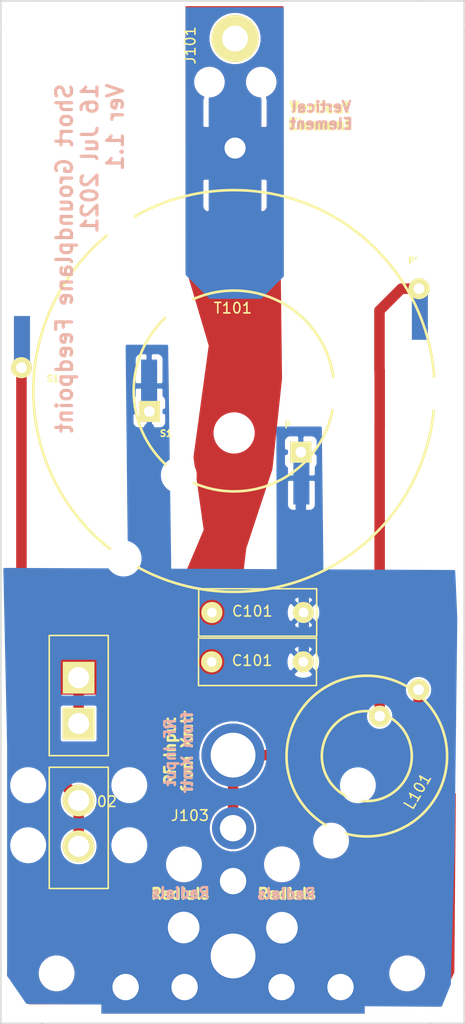
<source format=kicad_pcb>
(kicad_pcb (version 20171130) (host pcbnew "(5.1.9-0-10_14)")

  (general
    (thickness 1.6)
    (drawings 21)
    (tracks 23)
    (zones 0)
    (modules 54)
    (nets 6)
  )

  (page A4)
  (layers
    (0 F.Cu mixed)
    (31 B.Cu mixed)
    (32 B.Adhes user)
    (33 F.Adhes user)
    (34 B.Paste user)
    (35 F.Paste user)
    (36 B.SilkS user)
    (37 F.SilkS user)
    (38 B.Mask user)
    (39 F.Mask user)
    (40 Dwgs.User user)
    (41 Cmts.User user)
    (42 Eco1.User user)
    (43 Eco2.User user)
    (44 Edge.Cuts user)
    (45 Margin user)
    (46 B.CrtYd user)
    (47 F.CrtYd user)
    (48 B.Fab user)
    (49 F.Fab user)
  )

  (setup
    (last_trace_width 0.25)
    (user_trace_width 0.35)
    (user_trace_width 0.5)
    (user_trace_width 0.75)
    (user_trace_width 1)
    (trace_clearance 0.2)
    (zone_clearance 0.127)
    (zone_45_only yes)
    (trace_min 0.2)
    (via_size 0.6)
    (via_drill 0.4)
    (via_min_size 0.4)
    (via_min_drill 0.3)
    (uvia_size 0.3)
    (uvia_drill 0.1)
    (uvias_allowed no)
    (uvia_min_size 0.2)
    (uvia_min_drill 0.1)
    (edge_width 0.15)
    (segment_width 0.15)
    (pcb_text_width 0.3)
    (pcb_text_size 1.5 1.5)
    (mod_edge_width 0.15)
    (mod_text_size 1 1)
    (mod_text_width 0.15)
    (pad_size 4 4)
    (pad_drill 3)
    (pad_to_mask_clearance 0)
    (aux_axis_origin 0 0)
    (visible_elements FFFFFF7F)
    (pcbplotparams
      (layerselection 0x00030_ffffffff)
      (usegerberextensions false)
      (usegerberattributes true)
      (usegerberadvancedattributes true)
      (creategerberjobfile true)
      (excludeedgelayer true)
      (linewidth 0.100000)
      (plotframeref false)
      (viasonmask false)
      (mode 1)
      (useauxorigin false)
      (hpglpennumber 1)
      (hpglpenspeed 20)
      (hpglpendiameter 15.000000)
      (psnegative false)
      (psa4output false)
      (plotreference true)
      (plotvalue true)
      (plotinvisibletext false)
      (padsonsilk false)
      (subtractmaskfromsilk false)
      (outputformat 1)
      (mirror false)
      (drillshape 0)
      (scaleselection 1)
      (outputdirectory ""))
  )

  (net 0 "")
  (net 1 "Net-(J103-Pad1)")
  (net 2 "Net-(L101-Pad1)")
  (net 3 "Net-(C101-Pad1)")
  (net 4 GND)
  (net 5 "Net-(L102-Pad2)")

  (net_class Default "This is the default net class."
    (clearance 0.2)
    (trace_width 0.25)
    (via_dia 0.6)
    (via_drill 0.4)
    (uvia_dia 0.3)
    (uvia_drill 0.1)
    (add_net GND)
    (add_net "Net-(C101-Pad1)")
    (add_net "Net-(L102-Pad2)")
  )

  (net_class rf ""
    (clearance 0.2)
    (trace_width 1)
    (via_dia 1)
    (via_drill 0.7)
    (uvia_dia 0.3)
    (uvia_drill 0.1)
    (add_net "Net-(J103-Pad1)")
    (add_net "Net-(L101-Pad1)")
  )

  (module Inductors:Manually_Wound_Coil (layer F.Cu) (tedit 60F1D682) (tstamp 6055EC30)
    (at 107.39 129.2 270)
    (descr "Inductor ")
    (tags INDUCTOR)
    (path /5DD1A905)
    (fp_text reference L102 (at 3.76 -1.8) (layer F.SilkS)
      (effects (font (size 1 1) (thickness 0.15)))
    )
    (fp_text value 0.4-1.0uH (at 0 -0.5 90) (layer F.Fab) hide
      (effects (font (size 1 1) (thickness 0.15)))
    )
    (pad 2 thru_hole circle (at 8 0 270) (size 3 3) (drill 2) (layers *.Cu *.Mask F.SilkS)
      (net 5 "Net-(L102-Pad2)"))
    (pad 1 thru_hole rect (at -8 0 270) (size 3 3) (drill 2) (layers *.Cu *.Mask F.SilkS)
      (net 3 "Net-(C101-Pad1)"))
    (pad 2 thru_hole circle (at 3.65 0 270) (size 3 3) (drill 2) (layers *.Cu *.Mask F.SilkS)
      (net 5 "Net-(L102-Pad2)"))
    (pad 1 thru_hole rect (at -3.65 0 270) (size 3 3) (drill 2) (layers *.Cu *.Mask F.SilkS)
      (net 3 "Net-(C101-Pad1)"))
    (model Inductors.3dshapes/INDUCTOR_V.wrl
      (at (xyz 0 0 0))
      (scale (xyz 2 2 2))
      (rotate (xyz 0 0 0))
    )
  )

  (module Capacitors_ThroughHole:C_Disc_D7.5_P5 (layer F.Cu) (tedit 605D34D0) (tstamp 60F1FE55)
    (at 120.04 115.02)
    (descr "Capacitor 7.5mm Disc, Pitch 5mm")
    (tags Capacitor)
    (path /5DAB7A7E)
    (fp_text reference C101 (at 3.84 -0.12 180) (layer F.SilkS)
      (effects (font (size 1 1) (thickness 0.15)))
    )
    (fp_text value 470pF (at 2.5 3.5 180) (layer F.Fab) hide
      (effects (font (size 1 1) (thickness 0.15)))
    )
    (fp_line (start -1.25 2.25) (end -1.25 -2.25) (layer F.SilkS) (width 0.15))
    (fp_line (start 9.95 2.25) (end -1.25 2.25) (layer F.SilkS) (width 0.15))
    (fp_line (start 9.95 -2.25) (end 9.95 2.25) (layer F.SilkS) (width 0.15))
    (fp_line (start -1.25 -2.25) (end 9.95 -2.25) (layer F.SilkS) (width 0.15))
    (fp_line (start -1.2 2.2) (end -1.2 -2.2) (layer F.CrtYd) (width 0.05))
    (fp_line (start 9.9 2.2) (end -1.2 2.2) (layer F.CrtYd) (width 0.05))
    (fp_line (start 9.9 -2.2) (end 9.9 2.2) (layer F.CrtYd) (width 0.05))
    (fp_line (start -1.2 -2.2) (end 9.9 -2.2) (layer F.CrtYd) (width 0.05))
    (pad 2 thru_hole circle (at 8.7 0) (size 2 2) (drill 0.92) (layers *.Cu *.Mask F.SilkS)
      (net 4 GND) (zone_connect 1) (thermal_width 0.5) (thermal_gap 0.5))
    (pad 1 thru_hole circle (at 0 0) (size 2 2) (drill 0.92) (layers *.Cu *.Mask F.SilkS)
      (net 3 "Net-(C101-Pad1)") (zone_connect 2))
    (model Capacitors_ThroughHole.3dshapes/C_Disc_D7.5_P5.wrl
      (offset (xyz 2.500000042453766 0 0))
      (scale (xyz 1 1 1))
      (rotate (xyz 0 0 0))
    )
  )

  (module Mounting_Holes:MountingHole_3-5mm (layer F.Cu) (tedit 5CCF1ADE) (tstamp 606C5D2A)
    (at 117.39 138.91)
    (descr "Mounting hole, Befestigungsbohrung, 3,5mm, No Annular, Kein Restring,")
    (tags "Mounting hole, Befestigungsbohrung, 3,5mm, No Annular, Kein Restring,")
    (fp_text reference REF** (at 0 -4.50088) (layer F.SilkS) hide
      (effects (font (size 1 1) (thickness 0.15)))
    )
    (fp_text value MountingHole_3-5mm (at 0 5.00126) (layer F.Fab) hide
      (effects (font (size 1 1) (thickness 0.15)))
    )
    (fp_circle (center 0 0) (end 1.75 0) (layer Cmts.User) (width 0.381))
    (pad "" np_thru_hole circle (at 0 0) (size 3 3) (drill 3) (layers *.Cu *.Mask))
  )

  (module Mounting_Holes:MountingHole_3-5mm (layer F.Cu) (tedit 5CCF1ADE) (tstamp 606C5D19)
    (at 126.69 138.91)
    (descr "Mounting hole, Befestigungsbohrung, 3,5mm, No Annular, Kein Restring,")
    (tags "Mounting hole, Befestigungsbohrung, 3,5mm, No Annular, Kein Restring,")
    (fp_text reference REF** (at 0 -4.50088) (layer F.SilkS) hide
      (effects (font (size 1 1) (thickness 0.15)))
    )
    (fp_text value MountingHole_3-5mm (at 0 5.00126) (layer F.Fab) hide
      (effects (font (size 1 1) (thickness 0.15)))
    )
    (fp_circle (center 0 0) (end 1.75 0) (layer Cmts.User) (width 0.381))
    (pad "" np_thru_hole circle (at 0 0) (size 3 3) (drill 3) (layers *.Cu *.Mask))
  )

  (module Mounting_Holes:MountingHole_3-5mm (layer F.Cu) (tedit 606C5E3B) (tstamp 606C5CC5)
    (at 126.69 144.92)
    (descr "Mounting hole, Befestigungsbohrung, 3,5mm, No Annular, Kein Restring,")
    (tags "Mounting hole, Befestigungsbohrung, 3,5mm, No Annular, Kein Restring,")
    (fp_text reference REF** (at 0 -4.50088) (layer F.SilkS) hide
      (effects (font (size 1 1) (thickness 0.15)))
    )
    (fp_text value MountingHole_3-5mm (at 0 5.00126) (layer F.Fab) hide
      (effects (font (size 1 1) (thickness 0.15)))
    )
    (fp_circle (center 0 0) (end 1.75 0) (layer Cmts.User) (width 0.381))
    (pad "" thru_hole circle (at 0 0) (size 4 4) (drill 3) (layers *.Cu *.Mask)
      (net 4 GND))
  )

  (module Mounting_Holes:MountingHole_3-5mm (layer F.Cu) (tedit 606C5E30) (tstamp 606C5C54)
    (at 117.36 144.9)
    (descr "Mounting hole, Befestigungsbohrung, 3,5mm, No Annular, Kein Restring,")
    (tags "Mounting hole, Befestigungsbohrung, 3,5mm, No Annular, Kein Restring,")
    (fp_text reference REF** (at 0 -4.50088) (layer F.SilkS) hide
      (effects (font (size 1 1) (thickness 0.15)))
    )
    (fp_text value MountingHole_3-5mm (at 0 5.00126) (layer F.Fab) hide
      (effects (font (size 1 1) (thickness 0.15)))
    )
    (fp_circle (center 0 0) (end 1.75 0) (layer Cmts.User) (width 0.381))
    (pad "" thru_hole circle (at 0 0) (size 4 4) (drill 3) (layers *.Cu *.Mask)
      (net 4 GND))
  )

  (module Capacitors_ThroughHole:C_Disc_D7.5_P5 (layer F.Cu) (tedit 605D34D0) (tstamp 605D2AF8)
    (at 120.02 119.7)
    (descr "Capacitor 7.5mm Disc, Pitch 5mm")
    (tags Capacitor)
    (path /5DAB7A7E)
    (fp_text reference C101 (at 3.84 -0.12 180) (layer F.SilkS)
      (effects (font (size 1 1) (thickness 0.15)))
    )
    (fp_text value 470pF (at 2.5 3.5 180) (layer F.Fab) hide
      (effects (font (size 1 1) (thickness 0.15)))
    )
    (fp_line (start -1.2 -2.2) (end 9.9 -2.2) (layer F.CrtYd) (width 0.05))
    (fp_line (start 9.9 -2.2) (end 9.9 2.2) (layer F.CrtYd) (width 0.05))
    (fp_line (start 9.9 2.2) (end -1.2 2.2) (layer F.CrtYd) (width 0.05))
    (fp_line (start -1.2 2.2) (end -1.2 -2.2) (layer F.CrtYd) (width 0.05))
    (fp_line (start -1.25 -2.25) (end 9.95 -2.25) (layer F.SilkS) (width 0.15))
    (fp_line (start 9.95 -2.25) (end 9.95 2.25) (layer F.SilkS) (width 0.15))
    (fp_line (start 9.95 2.25) (end -1.25 2.25) (layer F.SilkS) (width 0.15))
    (fp_line (start -1.25 2.25) (end -1.25 -2.25) (layer F.SilkS) (width 0.15))
    (pad 1 thru_hole circle (at 0 0) (size 2 2) (drill 0.92) (layers *.Cu *.Mask F.SilkS)
      (net 3 "Net-(C101-Pad1)") (zone_connect 2))
    (pad 2 thru_hole circle (at 8.7 0) (size 2 2) (drill 0.92) (layers *.Cu *.Mask F.SilkS)
      (net 4 GND) (zone_connect 1) (thermal_width 0.5) (thermal_gap 0.5))
    (model Capacitors_ThroughHole.3dshapes/C_Disc_D7.5_P5.wrl
      (offset (xyz 2.500000042453766 0 0))
      (scale (xyz 1 1 1))
      (rotate (xyz 0 0 0))
    )
  )

  (module Oddities:Core_150A_2_windings_Horiz_TH (layer F.Cu) (tedit 605D2E19) (tstamp 5CCFD4B7)
    (at 122.14 94.01)
    (descr "Through hole toroid")
    (tags toroid)
    (path /5B35294B)
    (fp_text reference T101 (at -0.11 -7.86) (layer F.SilkS)
      (effects (font (size 1 1) (thickness 0.15)))
    )
    (fp_text value TRANSFO (at 0.3175 7.3914) (layer F.Fab) hide
      (effects (font (size 1 1) (thickness 0.15)))
    )
    (fp_circle (center 0 0) (end 9.525 0) (layer F.SilkS) (width 0.25))
    (fp_circle (center 0 0) (end 19.05 0) (layer F.SilkS) (width 0.25))
    (fp_text user P' (at 16.99 -12.34) (layer F.SilkS)
      (effects (font (size 0.6 0.6) (thickness 0.15)))
    )
    (fp_text user P (at 5.1 3.22) (layer F.SilkS)
      (effects (font (size 0.6 0.6) (thickness 0.15)))
    )
    (fp_text user S1' (at -17.05 -1.17) (layer F.SilkS)
      (effects (font (size 0.6 0.6) (thickness 0.15)))
    )
    (fp_text user S1 (at -6.45 4.03) (layer F.SilkS)
      (effects (font (size 0.6 0.6) (thickness 0.15)))
    )
    (pad 4 smd rect (at -20.1295 -4.61264) (size 1.524 5) (layers B.Cu B.Paste B.Mask)
      (net 5 "Net-(L102-Pad2)"))
    (pad 3 thru_hole rect (at -8.0391 1.9431) (size 2 2) (drill 1.016) (layers *.Cu *.Mask F.SilkS)
      (net 4 GND) (zone_connect 1) (thermal_width 0.5) (thermal_gap 0.5))
    (pad 4 thru_hole circle (at -20.1803 -2.2098) (size 2 2) (drill 1.016) (layers *.Cu *.Mask F.SilkS)
      (net 5 "Net-(L102-Pad2)"))
    (pad 2 thru_hole rect (at 6.34238 5.80644) (size 2 2) (drill 1.016) (layers *.Cu *.Mask F.SilkS)
      (net 4 GND) (zone_connect 1) (thermal_width 0.5) (thermal_gap 0.5))
    (pad 1 thru_hole circle (at 17.5641 -9.7028) (size 2 2) (drill 1.016) (layers *.Cu *.Mask F.SilkS)
      (net 2 "Net-(L101-Pad1)"))
    (pad 1 smd rect (at 17.64538 -7.35076) (size 1.524 5) (layers B.Cu B.Paste B.Mask)
      (net 2 "Net-(L101-Pad1)"))
    (pad 2 smd rect (at 6.39826 8.26516) (size 1.524 5) (layers B.Cu B.Paste B.Mask)
      (net 4 GND))
    (pad 3 smd rect (at -8.05942 -0.47752) (size 1.524 5) (layers B.Cu B.Paste B.Mask)
      (net 4 GND))
    (model Pin_Headers.3dshapes/Pin_Header_Straight_2x03.wrl
      (offset (xyz 1.269999980926514 -2.539999961853027 0))
      (scale (xyz 1 1 1))
      (rotate (xyz 0 0 90))
    )
  )

  (module Oddities:RG-174_Attachment (layer F.Cu) (tedit 605D2B46) (tstamp 605CFF21)
    (at 122.05 138.05)
    (tags "rod antenna")
    (path /5CCE8471)
    (clearance 0.1)
    (fp_text reference J103 (at -4.09 -3.77) (layer F.SilkS)
      (effects (font (size 1 1) (thickness 0.15)))
    )
    (fp_text value CONN_01X03 (at 4.2286 -6.858) (layer F.Fab) hide
      (effects (font (size 1 1) (thickness 0.15)))
    )
    (pad 2 thru_hole circle (at 4.6 12.5) (size 4 4) (drill 2.5) (layers *.Cu *.Mask)
      (net 4 GND))
    (pad 2 thru_hole circle (at -4.6 12.5) (size 4 4) (drill 2.5) (layers *.Cu *.Mask)
      (net 4 GND))
    (pad 2 thru_hole circle (at 10.2 12.5) (size 4 4) (drill 2.5) (layers *.Cu *.Mask)
      (net 4 GND))
    (pad 2 smd rect (at 0 10.02 270) (size 10 25) (layers B.Cu B.Paste B.Mask)
      (net 4 GND))
    (pad 2 smd rect (at 0 10.02 270) (size 10 25) (layers F.Cu F.Paste F.Mask)
      (net 4 GND))
    (pad 2 thru_hole circle (at 0 9.55) (size 6 6) (drill 4.25) (layers *.Cu *.Mask)
      (net 4 GND) (zone_connect 1) (thermal_width 0.7) (thermal_gap 0.5))
    (pad 1 thru_hole circle (at 0 -9.5) (size 6 6) (drill 4.25) (layers *.Cu *.Mask)
      (net 1 "Net-(J103-Pad1)") (thermal_width 0.7) (thermal_gap 0.5))
    (pad 2 thru_hole circle (at -10.2 12.5) (size 4 4) (drill 2.5) (layers *.Cu *.Mask)
      (net 4 GND))
    (pad 1 thru_hole circle (at 0 -2.57) (size 4 4) (drill 2.5) (layers *.Cu *.Mask)
      (net 1 "Net-(J103-Pad1)"))
    (pad 3 thru_hole circle (at 0 2.45) (size 4 4) (drill 2.5) (layers *.Cu *.Mask)
      (net 4 GND) (thermal_width 0.7) (thermal_gap 0.5))
  )

  (module Mounting_Holes:MountingHole_3-5mm (layer F.Cu) (tedit 5CCF1ADE) (tstamp 6055F809)
    (at 105.47 61.85)
    (descr "Mounting hole, Befestigungsbohrung, 3,5mm, No Annular, Kein Restring,")
    (tags "Mounting hole, Befestigungsbohrung, 3,5mm, No Annular, Kein Restring,")
    (fp_text reference REF** (at 0 -4.50088) (layer F.SilkS) hide
      (effects (font (size 1 1) (thickness 0.15)))
    )
    (fp_text value MountingHole_3-5mm (at 0 5.00126) (layer F.Fab) hide
      (effects (font (size 1 1) (thickness 0.15)))
    )
    (fp_circle (center 0 0) (end 1.75 0) (layer Cmts.User) (width 0.381))
    (pad "" np_thru_hole circle (at 0 0) (size 3 3) (drill 3) (layers *.Cu *.Mask))
  )

  (module Oddities:Wire_Strain_Relief_and_Attach (layer F.Cu) (tedit 605D2B9E) (tstamp 5CCFD47C)
    (at 122.24 98.97)
    (tags "rod antenna")
    (path /5AF0C8A1)
    (clearance 0.1)
    (fp_text reference J101 (at -4.26 -37.74 90) (layer F.SilkS)
      (effects (font (size 1 1) (thickness 0.15)))
    )
    (fp_text value "Thru Holes" (at -0.08382 -20.79244) (layer F.Fab) hide
      (effects (font (size 1 1) (thickness 0.15)))
    )
    (pad 1 smd rect (at 0 -27.5) (size 5 10) (layers B.Cu B.Paste B.Mask)
      (net 3 "Net-(C101-Pad1)"))
    (pad "" np_thru_hole circle (at 0 -38.39) (size 4.45 4.45) (drill 2.45) (layers *.Cu *.Mask F.SilkS))
    (pad "" np_thru_hole circle (at 2.48666 -34.25952) (size 2.5 2.5) (drill 2.5) (layers *.Cu *.Mask F.SilkS))
    (pad "" np_thru_hole circle (at -2.43078 -34.25952) (size 2.5 2.5) (drill 2.5) (layers *.Cu *.Mask F.SilkS))
    (pad 1 smd rect (at 0 -27.5) (size 5 10) (layers F.Cu)
      (net 3 "Net-(C101-Pad1)"))
    (pad 1 thru_hole circle (at 0 -28) (size 4 4) (drill 2) (layers *.Cu *.Mask)
      (net 3 "Net-(C101-Pad1)"))
  )

  (module Mounting_Holes:MountingHole_3-5mm (layer F.Cu) (tedit 5CCF1ADE) (tstamp 5E1C8B59)
    (at 112.2 131.4)
    (descr "Mounting hole, Befestigungsbohrung, 3,5mm, No Annular, Kein Restring,")
    (tags "Mounting hole, Befestigungsbohrung, 3,5mm, No Annular, Kein Restring,")
    (fp_text reference REF** (at 0 -4.50088) (layer F.SilkS) hide
      (effects (font (size 1 1) (thickness 0.15)))
    )
    (fp_text value MountingHole_3-5mm (at 0 5.00126) (layer F.Fab) hide
      (effects (font (size 1 1) (thickness 0.15)))
    )
    (fp_circle (center 0 0) (end 1.75 0) (layer Cmts.User) (width 0.381))
    (pad "" np_thru_hole circle (at 0 0) (size 3 3) (drill 3) (layers *.Cu *.Mask))
  )

  (module Mounting_Holes:MountingHole_3-5mm (layer F.Cu) (tedit 5CCF1ADE) (tstamp 5E1C8B4E)
    (at 102.6 131.4)
    (descr "Mounting hole, Befestigungsbohrung, 3,5mm, No Annular, Kein Restring,")
    (tags "Mounting hole, Befestigungsbohrung, 3,5mm, No Annular, Kein Restring,")
    (fp_text reference REF** (at 0 -4.50088) (layer F.SilkS) hide
      (effects (font (size 1 1) (thickness 0.15)))
    )
    (fp_text value MountingHole_3-5mm (at 0 5.00126) (layer F.Fab) hide
      (effects (font (size 1 1) (thickness 0.15)))
    )
    (fp_circle (center 0 0) (end 1.75 0) (layer Cmts.User) (width 0.381))
    (pad "" np_thru_hole circle (at 0 0) (size 3 3) (drill 3) (layers *.Cu *.Mask))
  )

  (module Inductors:Toroid_T-60_2TH (layer F.Cu) (tedit 5DACC4D9) (tstamp 5CCFD4A9)
    (at 134.75 128.64 240)
    (descr "T-60 Toroid")
    (tags "toroid inductor")
    (path /5AEDE7A1)
    (fp_text reference L101 (at 0.480833 -5.840702 240) (layer F.SilkS)
      (effects (font (size 1 1) (thickness 0.15)))
    )
    (fp_text value 3.2uH (at 0.444499 -5.2324 240) (layer F.Fab)
      (effects (font (size 1 1) (thickness 0.15)))
    )
    (fp_circle (center 0 0) (end 8 0) (layer F.CrtYd) (width 0.25))
    (fp_circle (center 0 0) (end 7.62 0) (layer F.SilkS) (width 0.25))
    (fp_circle (center 0 0) (end 4.27 0) (layer F.SilkS) (width 0.25))
    (pad 2 thru_hole circle (at -7.9121 -1.1049 240) (size 2 2) (drill 1.016) (layers *.Cu *.Mask F.SilkS)
      (net 1 "Net-(J103-Pad1)"))
    (pad 1 thru_hole circle (at -3.8862 0.8382 240) (size 2 2) (drill 1.016) (layers *.Cu *.Mask F.SilkS)
      (net 2 "Net-(L101-Pad1)"))
    (model Pin_Headers.3dshapes/Pin_Header_Straight_2x03.wrl
      (offset (xyz 1.269999980926514 -2.539999961853027 0))
      (scale (xyz 1 1 1))
      (rotate (xyz 0 0 90))
    )
  )

  (module Mounting_Holes:MountingHole_3-5mm (layer F.Cu) (tedit 5CCF1ADE) (tstamp 5E1BEEAF)
    (at 131.36 136.66)
    (descr "Mounting hole, Befestigungsbohrung, 3,5mm, No Annular, Kein Restring,")
    (tags "Mounting hole, Befestigungsbohrung, 3,5mm, No Annular, Kein Restring,")
    (fp_text reference REF** (at 0 -4.50088) (layer F.SilkS) hide
      (effects (font (size 1 1) (thickness 0.15)))
    )
    (fp_text value MountingHole_3-5mm (at 0 5.00126) (layer F.Fab) hide
      (effects (font (size 1 1) (thickness 0.15)))
    )
    (fp_circle (center 0 0) (end 1.75 0) (layer Cmts.User) (width 0.381))
    (pad "" np_thru_hole circle (at 0 0) (size 3 3) (drill 3) (layers *.Cu *.Mask))
  )

  (module Mounting_Holes:MountingHole_3-5mm (layer F.Cu) (tedit 5CCF1ADE) (tstamp 5E1BEEA3)
    (at 133.9 131.41)
    (descr "Mounting hole, Befestigungsbohrung, 3,5mm, No Annular, Kein Restring,")
    (tags "Mounting hole, Befestigungsbohrung, 3,5mm, No Annular, Kein Restring,")
    (fp_text reference REF** (at 0 -4.50088) (layer F.SilkS) hide
      (effects (font (size 1 1) (thickness 0.15)))
    )
    (fp_text value MountingHole_3-5mm (at 0 5.00126) (layer F.Fab) hide
      (effects (font (size 1 1) (thickness 0.15)))
    )
    (fp_circle (center 0 0) (end 1.75 0) (layer Cmts.User) (width 0.381))
    (pad "" np_thru_hole circle (at 0 0) (size 3 3) (drill 3) (layers *.Cu *.Mask))
  )

  (module Mounting_Holes:MountingHole_3-5mm (layer F.Cu) (tedit 5CCF1ADE) (tstamp 5E1BEE65)
    (at 105.3 149.25)
    (descr "Mounting hole, Befestigungsbohrung, 3,5mm, No Annular, Kein Restring,")
    (tags "Mounting hole, Befestigungsbohrung, 3,5mm, No Annular, Kein Restring,")
    (fp_text reference REF** (at 0 -4.50088) (layer F.SilkS) hide
      (effects (font (size 1 1) (thickness 0.15)))
    )
    (fp_text value MountingHole_3-5mm (at 0 5.00126) (layer F.Fab) hide
      (effects (font (size 1 1) (thickness 0.15)))
    )
    (fp_circle (center 0 0) (end 1.75 0) (layer Cmts.User) (width 0.381))
    (pad "" np_thru_hole circle (at 0 0) (size 3 3) (drill 3) (layers *.Cu *.Mask))
  )

  (module Mounting_Holes:MountingHole_3-5mm (layer F.Cu) (tedit 60564B4B) (tstamp 5E1A286C)
    (at 112.2 137.1)
    (descr "Mounting hole, Befestigungsbohrung, 3,5mm, No Annular, Kein Restring,")
    (tags "Mounting hole, Befestigungsbohrung, 3,5mm, No Annular, Kein Restring,")
    (fp_text reference REF** (at 0 -4.50088) (layer F.SilkS) hide
      (effects (font (size 1 1) (thickness 0.15)))
    )
    (fp_text value MountingHole_3-5mm (at 0 5.00126) (layer F.Fab) hide
      (effects (font (size 1 1) (thickness 0.15)))
    )
    (fp_circle (center 0 0) (end 1.75 0) (layer Cmts.User) (width 0.381))
    (pad "" np_thru_hole circle (at 0 0) (size 3 3) (drill 3) (layers *.Cu *.Mask))
  )

  (module Mounting_Holes:MountingHole_3-5mm (layer F.Cu) (tedit 5CCF1ADE) (tstamp 5E1A282B)
    (at 102.6 137.1)
    (descr "Mounting hole, Befestigungsbohrung, 3,5mm, No Annular, Kein Restring,")
    (tags "Mounting hole, Befestigungsbohrung, 3,5mm, No Annular, Kein Restring,")
    (fp_text reference REF** (at 0 -4.50088) (layer F.SilkS) hide
      (effects (font (size 1 1) (thickness 0.15)))
    )
    (fp_text value MountingHole_3-5mm (at 0 5.00126) (layer F.Fab) hide
      (effects (font (size 1 1) (thickness 0.15)))
    )
    (fp_circle (center 0 0) (end 1.75 0) (layer Cmts.User) (width 0.381))
    (pad "" np_thru_hole circle (at 0 0) (size 3 3) (drill 3) (layers *.Cu *.Mask))
  )

  (module Mounting_Holes:MountingHole_3-5mm (layer F.Cu) (tedit 5E1D22C5) (tstamp 5DACB3EF)
    (at 122.15 97.99)
    (descr "Mounting hole, Befestigungsbohrung, 3,5mm, No Annular, Kein Restring,")
    (tags "Mounting hole, Befestigungsbohrung, 3,5mm, No Annular, Kein Restring,")
    (fp_text reference REF** (at 0 -4.50088) (layer F.SilkS) hide
      (effects (font (size 1 1) (thickness 0.15)))
    )
    (fp_text value MountingHole_3-5mm (at 0 5.00126) (layer F.Fab) hide
      (effects (font (size 1 1) (thickness 0.15)))
    )
    (pad "" np_thru_hole circle (at 0 0) (size 3.5 3.5) (drill 3.5) (layers *.Cu *.Mask))
  )

  (module Mounting_Holes:MountingHole_3-5mm (layer F.Cu) (tedit 5CCF1ADE) (tstamp 5CD2A0A9)
    (at 138.58 149.25)
    (descr "Mounting hole, Befestigungsbohrung, 3,5mm, No Annular, Kein Restring,")
    (tags "Mounting hole, Befestigungsbohrung, 3,5mm, No Annular, Kein Restring,")
    (fp_text reference REF** (at 0 -4.50088) (layer F.SilkS) hide
      (effects (font (size 1 1) (thickness 0.15)))
    )
    (fp_text value MountingHole_3-5mm (at 0 5.00126) (layer F.Fab) hide
      (effects (font (size 1 1) (thickness 0.15)))
    )
    (fp_circle (center 0 0) (end 1.75 0) (layer Cmts.User) (width 0.381))
    (pad "" np_thru_hole circle (at 0 0) (size 3 3) (drill 3) (layers *.Cu *.Mask))
  )

  (module Mounting_Holes:MountingHole_3-5mm (layer F.Cu) (tedit 5CCF1ADE) (tstamp 5CD2A0A3)
    (at 138.54 62.18)
    (descr "Mounting hole, Befestigungsbohrung, 3,5mm, No Annular, Kein Restring,")
    (tags "Mounting hole, Befestigungsbohrung, 3,5mm, No Annular, Kein Restring,")
    (fp_text reference REF** (at 0 -4.50088) (layer F.SilkS) hide
      (effects (font (size 1 1) (thickness 0.15)))
    )
    (fp_text value MountingHole_3-5mm (at 0 5.00126) (layer F.Fab) hide
      (effects (font (size 1 1) (thickness 0.15)))
    )
    (fp_circle (center 0 0) (end 1.75 0) (layer Cmts.User) (width 0.381))
    (pad "" np_thru_hole circle (at 0 0) (size 3 3) (drill 3) (layers *.Cu *.Mask))
  )

  (module Mounting_Holes:NP_Thru_Hole_0.5mm (layer F.Cu) (tedit 5CCF1CB9) (tstamp 5CD29FD9)
    (at 141.56 153.53 180)
    (descr "Mounting hole, Befestigungsbohrung, 2,5mm, No Annular, Kein Restring,")
    (tags "Mounting hole, Befestigungsbohrung, 2,5mm, No Annular, Kein Restring,")
    (fp_text reference REF** (at 0 -3.50012 180) (layer F.SilkS) hide
      (effects (font (size 1 1) (thickness 0.15)))
    )
    (fp_text value NP_Thru_Hole_0.5mm (at 0.09906 3.59918 180) (layer F.Fab) hide
      (effects (font (size 1 1) (thickness 0.15)))
    )
    (pad "" np_thru_hole circle (at 0 0 180) (size 0.5 0.5) (drill 0.5) (layers *.Cu *.Mask))
  )

  (module Mounting_Holes:NP_Thru_Hole_0.5mm (layer F.Cu) (tedit 5CCF1CB9) (tstamp 5CD29FD5)
    (at 140.8 153.64 180)
    (descr "Mounting hole, Befestigungsbohrung, 2,5mm, No Annular, Kein Restring,")
    (tags "Mounting hole, Befestigungsbohrung, 2,5mm, No Annular, Kein Restring,")
    (fp_text reference REF** (at 0 -3.50012 180) (layer F.SilkS) hide
      (effects (font (size 1 1) (thickness 0.15)))
    )
    (fp_text value NP_Thru_Hole_0.5mm (at 0.09906 3.59918 180) (layer F.Fab) hide
      (effects (font (size 1 1) (thickness 0.15)))
    )
    (pad "" np_thru_hole circle (at 0 0 180) (size 0.5 0.5) (drill 0.5) (layers *.Cu *.Mask))
  )

  (module Mounting_Holes:NP_Thru_Hole_0.5mm (layer F.Cu) (tedit 5CCF1CB9) (tstamp 5CD29FD1)
    (at 142.32 153.25 180)
    (descr "Mounting hole, Befestigungsbohrung, 2,5mm, No Annular, Kein Restring,")
    (tags "Mounting hole, Befestigungsbohrung, 2,5mm, No Annular, Kein Restring,")
    (fp_text reference REF** (at 0 -3.50012 180) (layer F.SilkS) hide
      (effects (font (size 1 1) (thickness 0.15)))
    )
    (fp_text value NP_Thru_Hole_0.5mm (at 0.09906 3.59918 180) (layer F.Fab) hide
      (effects (font (size 1 1) (thickness 0.15)))
    )
    (pad "" np_thru_hole circle (at 0 0 180) (size 0.5 0.5) (drill 0.5) (layers *.Cu *.Mask))
  )

  (module Mounting_Holes:NP_Thru_Hole_0.5mm (layer F.Cu) (tedit 5CCF1CB9) (tstamp 5CD29FC9)
    (at 142.83 152.67 180)
    (descr "Mounting hole, Befestigungsbohrung, 2,5mm, No Annular, Kein Restring,")
    (tags "Mounting hole, Befestigungsbohrung, 2,5mm, No Annular, Kein Restring,")
    (fp_text reference REF** (at 0 -3.50012 180) (layer F.SilkS) hide
      (effects (font (size 1 1) (thickness 0.15)))
    )
    (fp_text value NP_Thru_Hole_0.5mm (at 0.09906 3.59918 180) (layer F.Fab) hide
      (effects (font (size 1 1) (thickness 0.15)))
    )
    (pad "" np_thru_hole circle (at 0 0 180) (size 0.5 0.5) (drill 0.5) (layers *.Cu *.Mask))
  )

  (module Mounting_Holes:NP_Thru_Hole_0.5mm (layer F.Cu) (tedit 5CCF1CB9) (tstamp 5CD29FC5)
    (at 143.31 152.07 180)
    (descr "Mounting hole, Befestigungsbohrung, 2,5mm, No Annular, Kein Restring,")
    (tags "Mounting hole, Befestigungsbohrung, 2,5mm, No Annular, Kein Restring,")
    (fp_text reference REF** (at 0 -3.50012 180) (layer F.SilkS) hide
      (effects (font (size 1 1) (thickness 0.15)))
    )
    (fp_text value NP_Thru_Hole_0.5mm (at 0.09906 3.59918 180) (layer F.Fab) hide
      (effects (font (size 1 1) (thickness 0.15)))
    )
    (pad "" np_thru_hole circle (at 0 0 180) (size 0.5 0.5) (drill 0.5) (layers *.Cu *.Mask))
  )

  (module Mounting_Holes:NP_Thru_Hole_0.5mm (layer F.Cu) (tedit 5CCF1CB9) (tstamp 5CD29FC1)
    (at 143.6 151.37 180)
    (descr "Mounting hole, Befestigungsbohrung, 2,5mm, No Annular, Kein Restring,")
    (tags "Mounting hole, Befestigungsbohrung, 2,5mm, No Annular, Kein Restring,")
    (fp_text reference REF** (at 0 -3.50012 180) (layer F.SilkS) hide
      (effects (font (size 1 1) (thickness 0.15)))
    )
    (fp_text value NP_Thru_Hole_0.5mm (at 0.09906 3.59918 180) (layer F.Fab) hide
      (effects (font (size 1 1) (thickness 0.15)))
    )
    (pad "" np_thru_hole circle (at 0 0 180) (size 0.5 0.5) (drill 0.5) (layers *.Cu *.Mask))
  )

  (module Mounting_Holes:NP_Thru_Hole_0.5mm (layer B.Cu) (tedit 5CCF1CB9) (tstamp 5CD29FBD)
    (at 100.36 151.22)
    (descr "Mounting hole, Befestigungsbohrung, 2,5mm, No Annular, Kein Restring,")
    (tags "Mounting hole, Befestigungsbohrung, 2,5mm, No Annular, Kein Restring,")
    (fp_text reference REF** (at 0 3.50012) (layer B.SilkS) hide
      (effects (font (size 1 1) (thickness 0.15)) (justify mirror))
    )
    (fp_text value NP_Thru_Hole_0.5mm (at 0.09906 -3.59918) (layer B.Fab) hide
      (effects (font (size 1 1) (thickness 0.15)) (justify mirror))
    )
    (pad "" np_thru_hole circle (at 0 0) (size 0.5 0.5) (drill 0.5) (layers *.Cu *.Mask))
  )

  (module Mounting_Holes:NP_Thru_Hole_0.5mm (layer B.Cu) (tedit 5CCF1CB9) (tstamp 5CD29FB9)
    (at 100.7 151.91)
    (descr "Mounting hole, Befestigungsbohrung, 2,5mm, No Annular, Kein Restring,")
    (tags "Mounting hole, Befestigungsbohrung, 2,5mm, No Annular, Kein Restring,")
    (fp_text reference REF** (at 0 3.50012) (layer B.SilkS) hide
      (effects (font (size 1 1) (thickness 0.15)) (justify mirror))
    )
    (fp_text value NP_Thru_Hole_0.5mm (at 0.09906 -3.59918) (layer B.Fab) hide
      (effects (font (size 1 1) (thickness 0.15)) (justify mirror))
    )
    (pad "" np_thru_hole circle (at 0 0) (size 0.5 0.5) (drill 0.5) (layers *.Cu *.Mask))
  )

  (module Mounting_Holes:NP_Thru_Hole_0.5mm (layer B.Cu) (tedit 5CCF1CB9) (tstamp 5CD29FB5)
    (at 101.17 152.5)
    (descr "Mounting hole, Befestigungsbohrung, 2,5mm, No Annular, Kein Restring,")
    (tags "Mounting hole, Befestigungsbohrung, 2,5mm, No Annular, Kein Restring,")
    (fp_text reference REF** (at 0 3.50012) (layer B.SilkS) hide
      (effects (font (size 1 1) (thickness 0.15)) (justify mirror))
    )
    (fp_text value NP_Thru_Hole_0.5mm (at 0.09906 -3.59918) (layer B.Fab) hide
      (effects (font (size 1 1) (thickness 0.15)) (justify mirror))
    )
    (pad "" np_thru_hole circle (at 0 0) (size 0.5 0.5) (drill 0.5) (layers *.Cu *.Mask))
  )

  (module Mounting_Holes:NP_Thru_Hole_0.5mm (layer B.Cu) (tedit 5CCF1CB9) (tstamp 5CD29FB1)
    (at 103.97 153.67)
    (descr "Mounting hole, Befestigungsbohrung, 2,5mm, No Annular, Kein Restring,")
    (tags "Mounting hole, Befestigungsbohrung, 2,5mm, No Annular, Kein Restring,")
    (fp_text reference REF** (at 0 3.50012) (layer B.SilkS) hide
      (effects (font (size 1 1) (thickness 0.15)) (justify mirror))
    )
    (fp_text value NP_Thru_Hole_0.5mm (at 0.09906 -3.59918) (layer B.Fab) hide
      (effects (font (size 1 1) (thickness 0.15)) (justify mirror))
    )
    (pad "" np_thru_hole circle (at 0 0) (size 0.5 0.5) (drill 0.5) (layers *.Cu *.Mask))
  )

  (module Mounting_Holes:NP_Thru_Hole_0.5mm (layer B.Cu) (tedit 5CCF1CB9) (tstamp 5CD29FAD)
    (at 101.75 153.03)
    (descr "Mounting hole, Befestigungsbohrung, 2,5mm, No Annular, Kein Restring,")
    (tags "Mounting hole, Befestigungsbohrung, 2,5mm, No Annular, Kein Restring,")
    (fp_text reference REF** (at 0 3.50012) (layer B.SilkS) hide
      (effects (font (size 1 1) (thickness 0.15)) (justify mirror))
    )
    (fp_text value NP_Thru_Hole_0.5mm (at 0.09906 -3.59918) (layer B.Fab) hide
      (effects (font (size 1 1) (thickness 0.15)) (justify mirror))
    )
    (pad "" np_thru_hole circle (at 0 0) (size 0.5 0.5) (drill 0.5) (layers *.Cu *.Mask))
  )

  (module Mounting_Holes:NP_Thru_Hole_0.5mm (layer B.Cu) (tedit 5CCF1CB9) (tstamp 5CD29FA9)
    (at 103.22 153.49)
    (descr "Mounting hole, Befestigungsbohrung, 2,5mm, No Annular, Kein Restring,")
    (tags "Mounting hole, Befestigungsbohrung, 2,5mm, No Annular, Kein Restring,")
    (fp_text reference REF** (at 0 3.50012) (layer B.SilkS) hide
      (effects (font (size 1 1) (thickness 0.15)) (justify mirror))
    )
    (fp_text value NP_Thru_Hole_0.5mm (at 0.09906 -3.59918) (layer B.Fab) hide
      (effects (font (size 1 1) (thickness 0.15)) (justify mirror))
    )
    (pad "" np_thru_hole circle (at 0 0) (size 0.5 0.5) (drill 0.5) (layers *.Cu *.Mask))
  )

  (module Mounting_Holes:NP_Thru_Hole_0.5mm (layer B.Cu) (tedit 5CCF1CB9) (tstamp 5CD29FA5)
    (at 102.47 153.37)
    (descr "Mounting hole, Befestigungsbohrung, 2,5mm, No Annular, Kein Restring,")
    (tags "Mounting hole, Befestigungsbohrung, 2,5mm, No Annular, Kein Restring,")
    (fp_text reference REF** (at 0 3.50012) (layer B.SilkS) hide
      (effects (font (size 1 1) (thickness 0.15)) (justify mirror))
    )
    (fp_text value NP_Thru_Hole_0.5mm (at 0.09906 -3.59918) (layer B.Fab) hide
      (effects (font (size 1 1) (thickness 0.15)) (justify mirror))
    )
    (pad "" np_thru_hole circle (at 0 0) (size 0.5 0.5) (drill 0.5) (layers *.Cu *.Mask))
  )

  (module Mounting_Holes:NP_Thru_Hole_0.5mm (layer B.Cu) (tedit 5CCF1CB9) (tstamp 5CD29F19)
    (at 143.66 59.79 180)
    (descr "Mounting hole, Befestigungsbohrung, 2,5mm, No Annular, Kein Restring,")
    (tags "Mounting hole, Befestigungsbohrung, 2,5mm, No Annular, Kein Restring,")
    (fp_text reference REF** (at 0 3.50012 180) (layer B.SilkS) hide
      (effects (font (size 1 1) (thickness 0.15)) (justify mirror))
    )
    (fp_text value NP_Thru_Hole_0.5mm (at 0.09906 -3.59918 180) (layer B.Fab) hide
      (effects (font (size 1 1) (thickness 0.15)) (justify mirror))
    )
    (pad "" np_thru_hole circle (at 0 0 180) (size 0.5 0.5) (drill 0.5) (layers *.Cu *.Mask))
  )

  (module Mounting_Holes:NP_Thru_Hole_0.5mm (layer B.Cu) (tedit 5CCF1CB9) (tstamp 5CD29F15)
    (at 143.42 59.03 180)
    (descr "Mounting hole, Befestigungsbohrung, 2,5mm, No Annular, Kein Restring,")
    (tags "Mounting hole, Befestigungsbohrung, 2,5mm, No Annular, Kein Restring,")
    (fp_text reference REF** (at 0 3.50012 180) (layer B.SilkS) hide
      (effects (font (size 1 1) (thickness 0.15)) (justify mirror))
    )
    (fp_text value NP_Thru_Hole_0.5mm (at 0.09906 -3.59918 180) (layer B.Fab) hide
      (effects (font (size 1 1) (thickness 0.15)) (justify mirror))
    )
    (pad "" np_thru_hole circle (at 0 0 180) (size 0.5 0.5) (drill 0.5) (layers *.Cu *.Mask))
  )

  (module Mounting_Holes:NP_Thru_Hole_0.5mm (layer B.Cu) (tedit 5CCF1CB9) (tstamp 5CD29F11)
    (at 142.88 58.42 180)
    (descr "Mounting hole, Befestigungsbohrung, 2,5mm, No Annular, Kein Restring,")
    (tags "Mounting hole, Befestigungsbohrung, 2,5mm, No Annular, Kein Restring,")
    (fp_text reference REF** (at 0 3.50012 180) (layer B.SilkS) hide
      (effects (font (size 1 1) (thickness 0.15)) (justify mirror))
    )
    (fp_text value NP_Thru_Hole_0.5mm (at 0.09906 -3.59918 180) (layer B.Fab) hide
      (effects (font (size 1 1) (thickness 0.15)) (justify mirror))
    )
    (pad "" np_thru_hole circle (at 0 0 180) (size 0.5 0.5) (drill 0.5) (layers *.Cu *.Mask))
  )

  (module Mounting_Holes:NP_Thru_Hole_0.5mm (layer B.Cu) (tedit 5CCF1CB9) (tstamp 5CD29F0D)
    (at 139.93 57.35 180)
    (descr "Mounting hole, Befestigungsbohrung, 2,5mm, No Annular, Kein Restring,")
    (tags "Mounting hole, Befestigungsbohrung, 2,5mm, No Annular, Kein Restring,")
    (fp_text reference REF** (at 0 3.50012 180) (layer B.SilkS) hide
      (effects (font (size 1 1) (thickness 0.15)) (justify mirror))
    )
    (fp_text value NP_Thru_Hole_0.5mm (at 0.09906 -3.59918 180) (layer B.Fab) hide
      (effects (font (size 1 1) (thickness 0.15)) (justify mirror))
    )
    (pad "" np_thru_hole circle (at 0 0 180) (size 0.5 0.5) (drill 0.5) (layers *.Cu *.Mask))
  )

  (module Mounting_Holes:NP_Thru_Hole_0.5mm (layer B.Cu) (tedit 5CCF1CB9) (tstamp 5CD29F09)
    (at 142.28 57.92 180)
    (descr "Mounting hole, Befestigungsbohrung, 2,5mm, No Annular, Kein Restring,")
    (tags "Mounting hole, Befestigungsbohrung, 2,5mm, No Annular, Kein Restring,")
    (fp_text reference REF** (at 0 3.50012 180) (layer B.SilkS) hide
      (effects (font (size 1 1) (thickness 0.15)) (justify mirror))
    )
    (fp_text value NP_Thru_Hole_0.5mm (at 0.09906 -3.59918 180) (layer B.Fab) hide
      (effects (font (size 1 1) (thickness 0.15)) (justify mirror))
    )
    (pad "" np_thru_hole circle (at 0 0 180) (size 0.5 0.5) (drill 0.5) (layers *.Cu *.Mask))
  )

  (module Mounting_Holes:NP_Thru_Hole_0.5mm (layer B.Cu) (tedit 5CCF1CB9) (tstamp 5CD29F05)
    (at 140.77 57.46 180)
    (descr "Mounting hole, Befestigungsbohrung, 2,5mm, No Annular, Kein Restring,")
    (tags "Mounting hole, Befestigungsbohrung, 2,5mm, No Annular, Kein Restring,")
    (fp_text reference REF** (at 0 3.50012 180) (layer B.SilkS) hide
      (effects (font (size 1 1) (thickness 0.15)) (justify mirror))
    )
    (fp_text value NP_Thru_Hole_0.5mm (at 0.09906 -3.59918 180) (layer B.Fab) hide
      (effects (font (size 1 1) (thickness 0.15)) (justify mirror))
    )
    (pad "" np_thru_hole circle (at 0 0 180) (size 0.5 0.5) (drill 0.5) (layers *.Cu *.Mask))
  )

  (module Mounting_Holes:NP_Thru_Hole_0.5mm (layer B.Cu) (tedit 5CCF1CB9) (tstamp 5CD29F01)
    (at 141.57 57.61 180)
    (descr "Mounting hole, Befestigungsbohrung, 2,5mm, No Annular, Kein Restring,")
    (tags "Mounting hole, Befestigungsbohrung, 2,5mm, No Annular, Kein Restring,")
    (fp_text reference REF** (at 0 3.50012 180) (layer B.SilkS) hide
      (effects (font (size 1 1) (thickness 0.15)) (justify mirror))
    )
    (fp_text value NP_Thru_Hole_0.5mm (at 0.09906 -3.59918 180) (layer B.Fab) hide
      (effects (font (size 1 1) (thickness 0.15)) (justify mirror))
    )
    (pad "" np_thru_hole circle (at 0 0 180) (size 0.5 0.5) (drill 0.5) (layers *.Cu *.Mask))
  )

  (module Mounting_Holes:NP_Thru_Hole_0.5mm (layer F.Cu) (tedit 5CCF1CB9) (tstamp 5CD29ED2)
    (at 102.53 57.56)
    (descr "Mounting hole, Befestigungsbohrung, 2,5mm, No Annular, Kein Restring,")
    (tags "Mounting hole, Befestigungsbohrung, 2,5mm, No Annular, Kein Restring,")
    (fp_text reference REF** (at 0 -3.50012) (layer F.SilkS) hide
      (effects (font (size 1 1) (thickness 0.15)))
    )
    (fp_text value NP_Thru_Hole_0.5mm (at 0.09906 3.59918) (layer F.Fab) hide
      (effects (font (size 1 1) (thickness 0.15)))
    )
    (pad "" np_thru_hole circle (at 0 0) (size 0.5 0.5) (drill 0.5) (layers *.Cu *.Mask))
  )

  (module Mounting_Holes:NP_Thru_Hole_0.5mm (layer F.Cu) (tedit 5CCF1CB9) (tstamp 5CD29ECE)
    (at 103.28 57.35)
    (descr "Mounting hole, Befestigungsbohrung, 2,5mm, No Annular, Kein Restring,")
    (tags "Mounting hole, Befestigungsbohrung, 2,5mm, No Annular, Kein Restring,")
    (fp_text reference REF** (at 0 -3.50012) (layer F.SilkS) hide
      (effects (font (size 1 1) (thickness 0.15)))
    )
    (fp_text value NP_Thru_Hole_0.5mm (at 0.09906 3.59918) (layer F.Fab) hide
      (effects (font (size 1 1) (thickness 0.15)))
    )
    (pad "" np_thru_hole circle (at 0 0) (size 0.5 0.5) (drill 0.5) (layers *.Cu *.Mask))
  )

  (module Mounting_Holes:NP_Thru_Hole_0.5mm (layer F.Cu) (tedit 5CCF1CB9) (tstamp 5CD29ECA)
    (at 101.83 57.87)
    (descr "Mounting hole, Befestigungsbohrung, 2,5mm, No Annular, Kein Restring,")
    (tags "Mounting hole, Befestigungsbohrung, 2,5mm, No Annular, Kein Restring,")
    (fp_text reference REF** (at 0 -3.50012) (layer F.SilkS) hide
      (effects (font (size 1 1) (thickness 0.15)))
    )
    (fp_text value NP_Thru_Hole_0.5mm (at 0.09906 3.59918) (layer F.Fab) hide
      (effects (font (size 1 1) (thickness 0.15)))
    )
    (pad "" np_thru_hole circle (at 0 0) (size 0.5 0.5) (drill 0.5) (layers *.Cu *.Mask))
  )

  (module Mounting_Holes:NP_Thru_Hole_0.5mm (layer F.Cu) (tedit 5CCF1CB9) (tstamp 5CD29EBE)
    (at 101.19 58.29)
    (descr "Mounting hole, Befestigungsbohrung, 2,5mm, No Annular, Kein Restring,")
    (tags "Mounting hole, Befestigungsbohrung, 2,5mm, No Annular, Kein Restring,")
    (fp_text reference REF** (at 0 -3.50012) (layer F.SilkS) hide
      (effects (font (size 1 1) (thickness 0.15)))
    )
    (fp_text value NP_Thru_Hole_0.5mm (at 0.09906 3.59918) (layer F.Fab) hide
      (effects (font (size 1 1) (thickness 0.15)))
    )
    (pad "" np_thru_hole circle (at 0 0) (size 0.5 0.5) (drill 0.5) (layers *.Cu *.Mask))
  )

  (module Mounting_Holes:NP_Thru_Hole_0.5mm (layer F.Cu) (tedit 5CCF1CB9) (tstamp 5CD29EB6)
    (at 100.63 58.85)
    (descr "Mounting hole, Befestigungsbohrung, 2,5mm, No Annular, Kein Restring,")
    (tags "Mounting hole, Befestigungsbohrung, 2,5mm, No Annular, Kein Restring,")
    (fp_text reference REF** (at 0 -3.50012) (layer F.SilkS) hide
      (effects (font (size 1 1) (thickness 0.15)))
    )
    (fp_text value NP_Thru_Hole_0.5mm (at 0.09906 3.59918) (layer F.Fab) hide
      (effects (font (size 1 1) (thickness 0.15)))
    )
    (pad "" np_thru_hole circle (at 0 0) (size 0.5 0.5) (drill 0.5) (layers *.Cu *.Mask))
  )

  (module Mounting_Holes:NP_Thru_Hole_0.5mm (layer F.Cu) (tedit 5CCF1CB9) (tstamp 5CD29EAE)
    (at 100.38 59.6)
    (descr "Mounting hole, Befestigungsbohrung, 2,5mm, No Annular, Kein Restring,")
    (tags "Mounting hole, Befestigungsbohrung, 2,5mm, No Annular, Kein Restring,")
    (fp_text reference REF** (at 0 -3.50012) (layer F.SilkS) hide
      (effects (font (size 1 1) (thickness 0.15)))
    )
    (fp_text value NP_Thru_Hole_0.5mm (at 0.09906 3.59918) (layer F.Fab) hide
      (effects (font (size 1 1) (thickness 0.15)))
    )
    (pad "" np_thru_hole circle (at 0 0) (size 0.5 0.5) (drill 0.5) (layers *.Cu *.Mask))
  )

  (module Mounting_Holes:MountingHole_3-5mm (layer F.Cu) (tedit 5CCF1ADE) (tstamp 5CD0DD23)
    (at 111.66 109.9)
    (descr "Mounting hole, Befestigungsbohrung, 3,5mm, No Annular, Kein Restring,")
    (tags "Mounting hole, Befestigungsbohrung, 3,5mm, No Annular, Kein Restring,")
    (fp_text reference REF** (at 0 -4.50088) (layer F.SilkS) hide
      (effects (font (size 1 1) (thickness 0.15)))
    )
    (fp_text value MountingHole_3-5mm (at 0 5.00126) (layer F.Fab) hide
      (effects (font (size 1 1) (thickness 0.15)))
    )
    (fp_circle (center 0 0) (end 1.75 0) (layer Cmts.User) (width 0.381))
    (pad "" np_thru_hole circle (at 0 0) (size 3 3) (drill 3) (layers *.Cu *.Mask))
  )

  (module Mounting_Holes:MountingHole_3-5mm (layer F.Cu) (tedit 5CCF1ADE) (tstamp 5CD0DD1D)
    (at 116.9 101.99)
    (descr "Mounting hole, Befestigungsbohrung, 3,5mm, No Annular, Kein Restring,")
    (tags "Mounting hole, Befestigungsbohrung, 3,5mm, No Annular, Kein Restring,")
    (fp_text reference REF** (at 0 -4.50088) (layer F.SilkS) hide
      (effects (font (size 1 1) (thickness 0.15)))
    )
    (fp_text value MountingHole_3-5mm (at 0 5.00126) (layer F.Fab) hide
      (effects (font (size 1 1) (thickness 0.15)))
    )
    (fp_circle (center 0 0) (end 1.75 0) (layer Cmts.User) (width 0.381))
    (pad "" np_thru_hole circle (at 0 0) (size 3 3) (drill 3) (layers *.Cu *.Mask))
  )

  (module Mounting_Holes:MountingHole_3-5mm (layer F.Cu) (tedit 5CCF1ADE) (tstamp 5CD0DD17)
    (at 141.17 94.26)
    (descr "Mounting hole, Befestigungsbohrung, 3,5mm, No Annular, Kein Restring,")
    (tags "Mounting hole, Befestigungsbohrung, 3,5mm, No Annular, Kein Restring,")
    (fp_text reference REF** (at 0 -4.50088) (layer F.SilkS) hide
      (effects (font (size 1 1) (thickness 0.15)))
    )
    (fp_text value MountingHole_3-5mm (at 0 5.00126) (layer F.Fab) hide
      (effects (font (size 1 1) (thickness 0.15)))
    )
    (fp_circle (center 0 0) (end 1.75 0) (layer Cmts.User) (width 0.381))
    (pad "" np_thru_hole circle (at 0 0) (size 3 3) (drill 3) (layers *.Cu *.Mask))
  )

  (module Mounting_Holes:MountingHole_3-5mm (layer F.Cu) (tedit 5CCF1ADE) (tstamp 5CD0DD11)
    (at 131.57 94.26)
    (descr "Mounting hole, Befestigungsbohrung, 3,5mm, No Annular, Kein Restring,")
    (tags "Mounting hole, Befestigungsbohrung, 3,5mm, No Annular, Kein Restring,")
    (fp_text reference REF** (at 0 -4.50088) (layer F.SilkS) hide
      (effects (font (size 1 1) (thickness 0.15)))
    )
    (fp_text value MountingHole_3-5mm (at 0 5.00126) (layer F.Fab) hide
      (effects (font (size 1 1) (thickness 0.15)))
    )
    (fp_circle (center 0 0) (end 1.75 0) (layer Cmts.User) (width 0.381))
    (pad "" np_thru_hole circle (at 0 0) (size 3 3) (drill 3) (layers *.Cu *.Mask))
  )

  (module Mounting_Holes:MountingHole_3-5mm (layer F.Cu) (tedit 5CCF1ADE) (tstamp 5CD0DCFF)
    (at 111.3 78.26)
    (descr "Mounting hole, Befestigungsbohrung, 3,5mm, No Annular, Kein Restring,")
    (tags "Mounting hole, Befestigungsbohrung, 3,5mm, No Annular, Kein Restring,")
    (fp_text reference REF** (at 0 -4.50088) (layer F.SilkS) hide
      (effects (font (size 1 1) (thickness 0.15)))
    )
    (fp_text value MountingHole_3-5mm (at 0 5.00126) (layer F.Fab) hide
      (effects (font (size 1 1) (thickness 0.15)))
    )
    (fp_circle (center 0 0) (end 1.75 0) (layer Cmts.User) (width 0.381))
    (pad "" np_thru_hole circle (at 0 0) (size 3 3) (drill 3) (layers *.Cu *.Mask))
  )

  (module Mounting_Holes:MountingHole_3-5mm (layer F.Cu) (tedit 5CCF1ADE) (tstamp 5CD0DCBD)
    (at 116.87 86.12)
    (descr "Mounting hole, Befestigungsbohrung, 3,5mm, No Annular, Kein Restring,")
    (tags "Mounting hole, Befestigungsbohrung, 3,5mm, No Annular, Kein Restring,")
    (fp_text reference REF** (at 0 -4.50088) (layer F.SilkS) hide
      (effects (font (size 1 1) (thickness 0.15)))
    )
    (fp_text value MountingHole_3-5mm (at 0 5.00126) (layer F.Fab) hide
      (effects (font (size 1 1) (thickness 0.15)))
    )
    (fp_circle (center 0 0) (end 1.75 0) (layer Cmts.User) (width 0.381))
    (pad "" np_thru_hole circle (at 0 0) (size 3 3) (drill 3) (layers *.Cu *.Mask))
  )

  (gr_text Radials (at 117.05 141.71) (layer F.SilkS) (tstamp 605D354D)
    (effects (font (size 1 1) (thickness 0.25)))
  )
  (gr_text Radials (at 117.05 141.63) (layer B.SilkS) (tstamp 605D354A)
    (effects (font (size 1 1) (thickness 0.25)) (justify mirror))
  )
  (gr_line (start 144 57) (end 144 154) (angle 90) (layer Edge.Cuts) (width 0.15))
  (gr_line (start 104.6 141.17) (end 104.6 129.7) (angle 90) (layer F.SilkS) (width 0.15))
  (gr_line (start 110.2 141.2) (end 104.6 141.2) (angle 90) (layer F.SilkS) (width 0.15))
  (gr_line (start 110.2 129.7) (end 110.2 141.2) (angle 90) (layer F.SilkS) (width 0.15))
  (gr_line (start 104.6 128.6) (end 110.2 128.6) (angle 90) (layer F.SilkS) (width 0.15))
  (gr_line (start 104.6 117.2) (end 110.2 117.2) (angle 90) (layer F.SilkS) (width 0.15))
  (gr_line (start 110.2 128.6) (end 110.2 117.2) (angle 90) (layer F.SilkS) (width 0.15))
  (gr_line (start 104.6 129.7) (end 110.2 129.7) (angle 90) (layer F.SilkS) (width 0.15))
  (gr_line (start 104.6 117.2) (end 104.6 128.6) (angle 90) (layer F.SilkS) (width 0.15))
  (gr_text "Vertical\nElement" (at 130.41 67.87) (layer B.SilkS)
    (effects (font (size 1 1) (thickness 0.25)) (justify mirror))
  )
  (gr_text "Short Groundplane Feedpoint\n16 Jul 2021\nVer 1.1" (at 108.451429 64.69 90) (layer B.SilkS)
    (effects (font (size 1.5 1.5) (thickness 0.3)) (justify left mirror))
  )
  (gr_text "RF Input\nfrom Xmtr" (at 116.88 128.29 90) (layer B.SilkS)
    (effects (font (size 1 1) (thickness 0.25)) (justify mirror))
  )
  (gr_text Radials (at 127.1 141.71) (layer B.SilkS)
    (effects (font (size 1 1) (thickness 0.25)) (justify mirror))
  )
  (gr_text "Vertical\nElement" (at 130.26 67.94) (layer F.SilkS)
    (effects (font (size 1 1) (thickness 0.25)))
  )
  (gr_text "RF Input\nfrom Xmtr" (at 116.88 128.2 90) (layer F.SilkS)
    (effects (font (size 1 1) (thickness 0.25)))
  )
  (gr_text Radials (at 127.17 141.71) (layer F.SilkS)
    (effects (font (size 1 1) (thickness 0.25)))
  )
  (gr_line (start 100 57) (end 144 57) (angle 90) (layer Edge.Cuts) (width 0.15) (tstamp 5CD0DD29))
  (gr_line (start 100 154) (end 100 57) (angle 90) (layer Edge.Cuts) (width 0.15))
  (gr_line (start 144 154) (end 100 154) (angle 90) (layer Edge.Cuts) (width 0.15))

  (segment (start 122.05 128.55) (end 130.45 128.55) (width 1) (layer F.Cu) (net 1))
  (segment (start 130.45 128.55) (end 130.54 128.64) (width 1) (layer F.Cu) (net 1))
  (segment (start 130.54 128.64) (end 137.32 128.64) (width 1) (layer F.Cu) (net 1))
  (segment (start 139.662921 126.297079) (end 139.662921 122.34037) (width 1) (layer F.Cu) (net 1))
  (segment (start 137.32 128.64) (end 139.662921 126.297079) (width 1) (layer F.Cu) (net 1))
  (segment (start 122.05 128.55) (end 122.05 135.48) (width 1) (layer F.Cu) (net 1))
  (segment (start 135.95 86.38) (end 138.0228 84.3072) (width 1) (layer F.Cu) (net 2))
  (segment (start 135.95 92.0213) (end 135.95 86.38) (width 1) (layer F.Cu) (net 2))
  (segment (start 135.97 92.0413) (end 135.95 92.0213) (width 1) (layer F.Cu) (net 2))
  (segment (start 138.0228 84.3072) (end 139.7041 84.3072) (width 1) (layer F.Cu) (net 2))
  (segment (start 135.97 97.36) (end 135.97 92.0413) (width 1) (layer F.Cu) (net 2))
  (segment (start 135.967198 97.362802) (end 135.97 97.36) (width 1) (layer F.Cu) (net 2))
  (segment (start 135.967198 124.855352) (end 135.967198 97.362802) (width 1) (layer F.Cu) (net 2))
  (segment (start 107.39 125.7) (end 107.39 120.2) (width 1) (layer F.Cu) (net 3))
  (segment (start 114.1009 99.9531) (end 114.08058 97.53248) (width 1) (layer B.Cu) (net 4) (tstamp 5DAE896D) (status 30))
  (segment (start 128.76 112.07) (end 128.48238 111.79238) (width 1) (layer B.Cu) (net 4))
  (segment (start 128.48238 111.79238) (end 128.48238 103.81644) (width 1) (layer B.Cu) (net 4))
  (segment (start 128.76 119.66) (end 128.76 112.07) (width 1) (layer B.Cu) (net 4))
  (segment (start 128.72 119.7) (end 128.76 119.66) (width 1) (layer B.Cu) (net 4))
  (segment (start 107.39 138.2) (end 107.39 132.7) (width 1) (layer F.Cu) (net 5))
  (segment (start 101.96 91.8005) (end 101.9597 91.8002) (width 1) (layer F.Cu) (net 5))
  (segment (start 101.96 127.27) (end 101.96 91.8005) (width 1) (layer F.Cu) (net 5))
  (segment (start 107.39 132.7) (end 101.96 127.27) (width 1) (layer F.Cu) (net 5))

  (zone (net 3) (net_name "Net-(C101-Pad1)") (layer F.Cu) (tstamp 606C5F18) (hatch edge 0.508)
    (connect_pads (clearance 0.127))
    (min_thickness 0.254)
    (fill yes (arc_segments 16) (thermal_gap 0.5) (thermal_bridge_width 5))
    (polygon
      (pts
        (xy 126.87 83.14) (xy 124.74 85.27) (xy 119.82 85.27) (xy 117.54 82.99) (xy 117.525 57.51)
        (xy 126.855 57.51)
      )
    )
    (filled_polygon
      (pts
        (xy 126.742969 83.087425) (xy 124.687394 85.143) (xy 119.872606 85.143) (xy 117.666969 82.937363) (xy 117.663161 76.468236)
        (xy 119.109968 76.468236) (xy 119.12173 76.591183) (xy 119.157252 76.709473) (xy 119.215168 76.81856) (xy 119.293253 76.914252)
        (xy 119.388507 76.992872) (xy 119.497268 77.051398) (xy 119.615357 77.087582) (xy 119.71025 77.097) (xy 119.867 76.94025)
        (xy 119.867 73.843) (xy 124.613 73.843) (xy 124.613 76.94025) (xy 124.76975 77.097) (xy 124.864643 77.087582)
        (xy 124.982732 77.051398) (xy 125.091493 76.992872) (xy 125.186747 76.914252) (xy 125.264832 76.81856) (xy 125.322748 76.709473)
        (xy 125.35827 76.591183) (xy 125.370032 76.468236) (xy 125.367 73.99975) (xy 125.21025 73.843) (xy 124.613 73.843)
        (xy 119.867 73.843) (xy 119.26975 73.843) (xy 119.113 73.99975) (xy 119.109968 76.468236) (xy 117.663161 76.468236)
        (xy 117.661459 73.575768) (xy 121.818046 73.575768) (xy 122.129423 73.508245) (xy 122.24 73.618822) (xy 122.411813 73.447009)
        (xy 122.129423 73.508245) (xy 122.068187 73.447009) (xy 121.818046 73.575768) (xy 117.661459 73.575768) (xy 117.659925 70.97)
        (xy 119.591178 70.97) (xy 119.762991 71.141813) (xy 124.717009 71.141813) (xy 124.845768 71.391954) (xy 124.778245 71.080577)
        (xy 124.717009 71.141813) (xy 119.762991 71.141813) (xy 119.701755 70.859423) (xy 119.591178 70.97) (xy 117.659925 70.97)
        (xy 117.659677 70.548046) (xy 119.634232 70.548046) (xy 119.701755 70.859423) (xy 119.762991 70.798187) (xy 124.717009 70.798187)
        (xy 124.778245 71.080577) (xy 124.888822 70.97) (xy 124.717009 70.798187) (xy 119.762991 70.798187) (xy 119.634232 70.548046)
        (xy 117.659677 70.548046) (xy 117.656148 64.555159) (xy 118.23222 64.555159) (xy 118.23222 64.865801) (xy 118.292824 65.170474)
        (xy 118.411701 65.457469) (xy 118.584284 65.715759) (xy 118.803941 65.935416) (xy 119.062231 66.107999) (xy 119.193448 66.162351)
        (xy 119.157252 66.230527) (xy 119.12173 66.348817) (xy 119.109968 66.471764) (xy 119.113 68.94025) (xy 119.26975 69.097)
        (xy 119.867 69.097) (xy 119.867 68.492991) (xy 122.068187 68.492991) (xy 122.350577 68.431755) (xy 122.411813 68.492991)
        (xy 122.661954 68.364232) (xy 122.350577 68.431755) (xy 122.24 68.321178) (xy 122.068187 68.492991) (xy 119.867 68.492991)
        (xy 119.867 66.28748) (xy 119.964541 66.28748) (xy 120.269214 66.226876) (xy 120.556209 66.107999) (xy 120.814499 65.935416)
        (xy 121.034156 65.715759) (xy 121.206739 65.457469) (xy 121.325616 65.170474) (xy 121.38622 64.865801) (xy 121.38622 64.555159)
        (xy 123.14966 64.555159) (xy 123.14966 64.865801) (xy 123.210264 65.170474) (xy 123.329141 65.457469) (xy 123.501724 65.715759)
        (xy 123.721381 65.935416) (xy 123.979671 66.107999) (xy 124.266666 66.226876) (xy 124.571339 66.28748) (xy 124.613 66.28748)
        (xy 124.613 69.097) (xy 125.21025 69.097) (xy 125.367 68.94025) (xy 125.370032 66.471764) (xy 125.35827 66.348817)
        (xy 125.322748 66.230527) (xy 125.296626 66.181324) (xy 125.473649 66.107999) (xy 125.731939 65.935416) (xy 125.951596 65.715759)
        (xy 126.124179 65.457469) (xy 126.243056 65.170474) (xy 126.30366 64.865801) (xy 126.30366 64.555159) (xy 126.243056 64.250486)
        (xy 126.124179 63.963491) (xy 125.951596 63.705201) (xy 125.731939 63.485544) (xy 125.473649 63.312961) (xy 125.186654 63.194084)
        (xy 124.881981 63.13348) (xy 124.571339 63.13348) (xy 124.266666 63.194084) (xy 123.979671 63.312961) (xy 123.721381 63.485544)
        (xy 123.501724 63.705201) (xy 123.329141 63.963491) (xy 123.210264 64.250486) (xy 123.14966 64.555159) (xy 121.38622 64.555159)
        (xy 121.325616 64.250486) (xy 121.206739 63.963491) (xy 121.034156 63.705201) (xy 120.814499 63.485544) (xy 120.556209 63.312961)
        (xy 120.269214 63.194084) (xy 119.964541 63.13348) (xy 119.653899 63.13348) (xy 119.349226 63.194084) (xy 119.062231 63.312961)
        (xy 118.803941 63.485544) (xy 118.584284 63.705201) (xy 118.411701 63.963491) (xy 118.292824 64.250486) (xy 118.23222 64.555159)
        (xy 117.656148 64.555159) (xy 117.65366 60.32865) (xy 119.688 60.32865) (xy 119.688 60.83135) (xy 119.786072 61.324391)
        (xy 119.978447 61.788825) (xy 120.257732 62.206805) (xy 120.613195 62.562268) (xy 121.031175 62.841553) (xy 121.495609 63.033928)
        (xy 121.98865 63.132) (xy 122.49135 63.132) (xy 122.984391 63.033928) (xy 123.448825 62.841553) (xy 123.866805 62.562268)
        (xy 124.222268 62.206805) (xy 124.501553 61.788825) (xy 124.693928 61.324391) (xy 124.792 60.83135) (xy 124.792 60.32865)
        (xy 124.693928 59.835609) (xy 124.501553 59.371175) (xy 124.222268 58.953195) (xy 123.866805 58.597732) (xy 123.448825 58.318447)
        (xy 122.984391 58.126072) (xy 122.49135 58.028) (xy 121.98865 58.028) (xy 121.495609 58.126072) (xy 121.031175 58.318447)
        (xy 120.613195 58.597732) (xy 120.257732 58.953195) (xy 119.978447 59.371175) (xy 119.786072 59.835609) (xy 119.688 60.32865)
        (xy 117.65366 60.32865) (xy 117.652075 57.637) (xy 126.728074 57.637)
      )
    )
  )
  (zone (net 3) (net_name "Net-(C101-Pad1)") (layer B.Cu) (tstamp 606C5F15) (hatch edge 0.508)
    (connect_pads (clearance 0.127))
    (min_thickness 0.254)
    (fill yes (arc_segments 16) (thermal_gap 0.5) (thermal_bridge_width 5))
    (polygon
      (pts
        (xy 126.87 83.14) (xy 124.74 85.27) (xy 119.82 85.27) (xy 117.54 82.99) (xy 117.535 57.62)
        (xy 126.865 57.62)
      )
    )
    (filled_polygon
      (pts
        (xy 126.74299 83.087404) (xy 124.687394 85.143) (xy 119.872606 85.143) (xy 117.66699 82.937384) (xy 117.665715 76.468236)
        (xy 119.109968 76.468236) (xy 119.12173 76.591183) (xy 119.157252 76.709473) (xy 119.215168 76.81856) (xy 119.293253 76.914252)
        (xy 119.388507 76.992872) (xy 119.497268 77.051398) (xy 119.615357 77.087582) (xy 119.71025 77.097) (xy 119.867 76.94025)
        (xy 119.867 73.843) (xy 124.613 73.843) (xy 124.613 76.94025) (xy 124.76975 77.097) (xy 124.864643 77.087582)
        (xy 124.982732 77.051398) (xy 125.091493 76.992872) (xy 125.186747 76.914252) (xy 125.264832 76.81856) (xy 125.322748 76.709473)
        (xy 125.35827 76.591183) (xy 125.370032 76.468236) (xy 125.367 73.99975) (xy 125.21025 73.843) (xy 124.613 73.843)
        (xy 119.867 73.843) (xy 119.26975 73.843) (xy 119.113 73.99975) (xy 119.109968 76.468236) (xy 117.665715 76.468236)
        (xy 117.665146 73.575768) (xy 121.818046 73.575768) (xy 122.129423 73.508245) (xy 122.24 73.618822) (xy 122.411813 73.447009)
        (xy 122.129423 73.508245) (xy 122.068187 73.447009) (xy 121.818046 73.575768) (xy 117.665146 73.575768) (xy 117.664632 70.97)
        (xy 119.591178 70.97) (xy 119.762991 71.141813) (xy 124.717009 71.141813) (xy 124.845768 71.391954) (xy 124.778245 71.080577)
        (xy 124.717009 71.141813) (xy 119.762991 71.141813) (xy 119.701755 70.859423) (xy 119.591178 70.97) (xy 117.664632 70.97)
        (xy 117.664549 70.548046) (xy 119.634232 70.548046) (xy 119.701755 70.859423) (xy 119.762991 70.798187) (xy 124.717009 70.798187)
        (xy 124.778245 71.080577) (xy 124.888822 70.97) (xy 124.717009 70.798187) (xy 119.762991 70.798187) (xy 119.634232 70.548046)
        (xy 117.664549 70.548046) (xy 117.663367 64.555159) (xy 118.23222 64.555159) (xy 118.23222 64.865801) (xy 118.292824 65.170474)
        (xy 118.411701 65.457469) (xy 118.584284 65.715759) (xy 118.803941 65.935416) (xy 119.062231 66.107999) (xy 119.193448 66.162351)
        (xy 119.157252 66.230527) (xy 119.12173 66.348817) (xy 119.109968 66.471764) (xy 119.113 68.94025) (xy 119.26975 69.097)
        (xy 119.867 69.097) (xy 119.867 68.492991) (xy 122.068187 68.492991) (xy 122.350577 68.431755) (xy 122.411813 68.492991)
        (xy 122.661954 68.364232) (xy 122.350577 68.431755) (xy 122.24 68.321178) (xy 122.068187 68.492991) (xy 119.867 68.492991)
        (xy 119.867 66.28748) (xy 119.964541 66.28748) (xy 120.269214 66.226876) (xy 120.556209 66.107999) (xy 120.814499 65.935416)
        (xy 121.034156 65.715759) (xy 121.206739 65.457469) (xy 121.325616 65.170474) (xy 121.38622 64.865801) (xy 121.38622 64.555159)
        (xy 123.14966 64.555159) (xy 123.14966 64.865801) (xy 123.210264 65.170474) (xy 123.329141 65.457469) (xy 123.501724 65.715759)
        (xy 123.721381 65.935416) (xy 123.979671 66.107999) (xy 124.266666 66.226876) (xy 124.571339 66.28748) (xy 124.613 66.28748)
        (xy 124.613 69.097) (xy 125.21025 69.097) (xy 125.367 68.94025) (xy 125.370032 66.471764) (xy 125.35827 66.348817)
        (xy 125.322748 66.230527) (xy 125.296626 66.181324) (xy 125.473649 66.107999) (xy 125.731939 65.935416) (xy 125.951596 65.715759)
        (xy 126.124179 65.457469) (xy 126.243056 65.170474) (xy 126.30366 64.865801) (xy 126.30366 64.555159) (xy 126.243056 64.250486)
        (xy 126.124179 63.963491) (xy 125.951596 63.705201) (xy 125.731939 63.485544) (xy 125.473649 63.312961) (xy 125.186654 63.194084)
        (xy 124.881981 63.13348) (xy 124.571339 63.13348) (xy 124.266666 63.194084) (xy 123.979671 63.312961) (xy 123.721381 63.485544)
        (xy 123.501724 63.705201) (xy 123.329141 63.963491) (xy 123.210264 64.250486) (xy 123.14966 64.555159) (xy 121.38622 64.555159)
        (xy 121.325616 64.250486) (xy 121.206739 63.963491) (xy 121.034156 63.705201) (xy 120.814499 63.485544) (xy 120.556209 63.312961)
        (xy 120.269214 63.194084) (xy 119.964541 63.13348) (xy 119.653899 63.13348) (xy 119.349226 63.194084) (xy 119.062231 63.312961)
        (xy 118.803941 63.485544) (xy 118.584284 63.705201) (xy 118.411701 63.963491) (xy 118.292824 64.250486) (xy 118.23222 64.555159)
        (xy 117.663367 64.555159) (xy 117.662534 60.32865) (xy 119.688 60.32865) (xy 119.688 60.83135) (xy 119.786072 61.324391)
        (xy 119.978447 61.788825) (xy 120.257732 62.206805) (xy 120.613195 62.562268) (xy 121.031175 62.841553) (xy 121.495609 63.033928)
        (xy 121.98865 63.132) (xy 122.49135 63.132) (xy 122.984391 63.033928) (xy 123.448825 62.841553) (xy 123.866805 62.562268)
        (xy 124.222268 62.206805) (xy 124.501553 61.788825) (xy 124.693928 61.324391) (xy 124.792 60.83135) (xy 124.792 60.32865)
        (xy 124.693928 59.835609) (xy 124.501553 59.371175) (xy 124.222268 58.953195) (xy 123.866805 58.597732) (xy 123.448825 58.318447)
        (xy 122.984391 58.126072) (xy 122.49135 58.028) (xy 121.98865 58.028) (xy 121.495609 58.126072) (xy 121.031175 58.318447)
        (xy 120.613195 58.597732) (xy 120.257732 58.953195) (xy 119.978447 59.371175) (xy 119.786072 59.835609) (xy 119.688 60.32865)
        (xy 117.662534 60.32865) (xy 117.662025 57.747) (xy 126.738025 57.747)
      )
    )
  )
  (zone (net 3) (net_name "Net-(C101-Pad1)") (layer F.Cu) (tstamp 606C5F12) (hatch edge 0.508)
    (connect_pads yes (clearance 0.127))
    (min_thickness 0.254)
    (fill yes (arc_segments 16) (thermal_gap 0.5) (thermal_bridge_width 5))
    (polygon
      (pts
        (xy 119.74 89.7) (xy 118.29 100.28) (xy 119.26 107.18) (xy 115.25 116.64) (xy 104.82 117.15)
        (xy 104.86 122.82) (xy 121.63 122.81) (xy 123.31 108.93) (xy 125.79 101.43) (xy 126.7 92.84)
        (xy 126.58 82.74) (xy 117.69 82.8)
      )
    )
    (filled_polygon
      (pts
        (xy 126.57292 92.834047) (xy 125.665143 101.403067) (xy 123.189421 108.890129) (xy 123.18392 108.91474) (xy 121.517437 122.683067)
        (xy 104.986107 122.692925) (xy 104.947856 117.270899) (xy 115.256203 116.766848) (xy 115.28083 116.763201) (xy 115.304273 116.754819)
        (xy 115.32563 116.742025) (xy 115.344081 116.72531) (xy 115.358917 116.705316) (xy 115.366929 116.689565) (xy 119.376929 107.229565)
        (xy 119.384352 107.205801) (xy 119.386996 107.181045) (xy 119.385763 107.16232) (xy 118.701768 102.296792) (xy 118.727 102.169944)
        (xy 118.727 101.810056) (xy 118.656789 101.457084) (xy 118.546184 101.190059) (xy 118.418217 100.27978) (xy 118.760069 97.785433)
        (xy 120.073 97.785433) (xy 120.073 98.194567) (xy 120.152818 98.595839) (xy 120.309386 98.973829) (xy 120.536689 99.314011)
        (xy 120.825989 99.603311) (xy 121.166171 99.830614) (xy 121.544161 99.987182) (xy 121.945433 100.067) (xy 122.354567 100.067)
        (xy 122.755839 99.987182) (xy 123.133829 99.830614) (xy 123.474011 99.603311) (xy 123.763311 99.314011) (xy 123.990614 98.973829)
        (xy 124.147182 98.595839) (xy 124.227 98.194567) (xy 124.227 97.785433) (xy 124.147182 97.384161) (xy 123.990614 97.006171)
        (xy 123.763311 96.665989) (xy 123.474011 96.376689) (xy 123.133829 96.149386) (xy 122.755839 95.992818) (xy 122.354567 95.913)
        (xy 121.945433 95.913) (xy 121.544161 95.992818) (xy 121.166171 96.149386) (xy 120.825989 96.376689) (xy 120.536689 96.665989)
        (xy 120.309386 97.006171) (xy 120.152818 97.384161) (xy 120.073 97.785433) (xy 118.760069 97.785433) (xy 119.865824 89.717244)
        (xy 119.86677 89.692366) (xy 119.861741 89.663831) (xy 117.859879 82.925856) (xy 126.45451 82.86785)
      )
    )
  )
  (zone (net 4) (net_name GND) (layer F.Cu) (tstamp 606C5F0F) (hatch edge 0.508)
    (connect_pads yes (clearance 0.127))
    (min_thickness 0.254)
    (fill yes (arc_segments 16) (thermal_gap 0.5) (thermal_bridge_width 5))
    (polygon
      (pts
        (xy 118.93 132.06) (xy 121.475 132.0125) (xy 133.02 132.23) (xy 143.2 132.12) (xy 143.06 149.16)
        (xy 141.61 152.23) (xy 102.68 152.19) (xy 100.59 149.5) (xy 100.75 141.31) (xy 115.49 141.35)
        (xy 115.58 131.95)
      )
    )
    (filled_polygon
      (pts
        (xy 118.925832 132.186932) (xy 118.93237 132.186978) (xy 121.223 132.144225) (xy 121.223001 133.303828) (xy 120.947752 133.41784)
        (xy 120.566624 133.672501) (xy 120.242501 133.996624) (xy 119.98784 134.377752) (xy 119.812426 134.801239) (xy 119.723 135.250811)
        (xy 119.723 135.709189) (xy 119.812426 136.158761) (xy 119.98784 136.582248) (xy 120.242501 136.963376) (xy 120.566624 137.287499)
        (xy 120.947752 137.54216) (xy 121.371239 137.717574) (xy 121.820811 137.807) (xy 122.279189 137.807) (xy 122.728761 137.717574)
        (xy 123.152248 137.54216) (xy 123.533376 137.287499) (xy 123.857499 136.963376) (xy 124.11216 136.582248) (xy 124.154489 136.480056)
        (xy 129.533 136.480056) (xy 129.533 136.839944) (xy 129.603211 137.192916) (xy 129.740934 137.525409) (xy 129.940876 137.824645)
        (xy 130.195355 138.079124) (xy 130.494591 138.279066) (xy 130.827084 138.416789) (xy 131.180056 138.487) (xy 131.539944 138.487)
        (xy 131.892916 138.416789) (xy 132.225409 138.279066) (xy 132.524645 138.079124) (xy 132.779124 137.824645) (xy 132.979066 137.525409)
        (xy 133.116789 137.192916) (xy 133.187 136.839944) (xy 133.187 136.480056) (xy 133.116789 136.127084) (xy 132.979066 135.794591)
        (xy 132.779124 135.495355) (xy 132.524645 135.240876) (xy 132.225409 135.040934) (xy 131.892916 134.903211) (xy 131.539944 134.833)
        (xy 131.180056 134.833) (xy 130.827084 134.903211) (xy 130.494591 135.040934) (xy 130.195355 135.240876) (xy 129.940876 135.495355)
        (xy 129.740934 135.794591) (xy 129.603211 136.127084) (xy 129.533 136.480056) (xy 124.154489 136.480056) (xy 124.287574 136.158761)
        (xy 124.377 135.709189) (xy 124.377 135.250811) (xy 124.287574 134.801239) (xy 124.11216 134.377752) (xy 123.857499 133.996624)
        (xy 123.533376 133.672501) (xy 123.152248 133.41784) (xy 122.877 133.303829) (xy 122.877 132.165935) (xy 132.326739 132.343961)
        (xy 132.480876 132.574645) (xy 132.735355 132.829124) (xy 133.034591 133.029066) (xy 133.367084 133.166789) (xy 133.720056 133.237)
        (xy 134.079944 133.237) (xy 134.432916 133.166789) (xy 134.765409 133.029066) (xy 135.064645 132.829124) (xy 135.319124 132.574645)
        (xy 135.482322 132.330401) (xy 143.071941 132.248392) (xy 142.933234 149.131022) (xy 141.52957 152.102917) (xy 102.742204 152.063064)
        (xy 100.717854 149.45756) (xy 100.725424 149.070056) (xy 103.473 149.070056) (xy 103.473 149.429944) (xy 103.543211 149.782916)
        (xy 103.680934 150.115409) (xy 103.880876 150.414645) (xy 104.135355 150.669124) (xy 104.434591 150.869066) (xy 104.767084 151.006789)
        (xy 105.120056 151.077) (xy 105.479944 151.077) (xy 105.832916 151.006789) (xy 106.165409 150.869066) (xy 106.464645 150.669124)
        (xy 106.719124 150.414645) (xy 106.849925 150.218886) (xy 119.746484 150.218886) (xy 120.092212 150.674054) (xy 120.729548 150.996933)
        (xy 121.417629 151.18927) (xy 122.130011 151.243672) (xy 122.839319 151.158051) (xy 123.518295 150.935696) (xy 124.007788 150.674054)
        (xy 124.353516 150.218886) (xy 122.05 147.91537) (xy 119.746484 150.218886) (xy 106.849925 150.218886) (xy 106.919066 150.115409)
        (xy 107.056789 149.782916) (xy 107.127 149.429944) (xy 107.127 149.070056) (xy 107.056789 148.717084) (xy 106.919066 148.384591)
        (xy 106.719124 148.085355) (xy 106.464645 147.830876) (xy 106.238859 147.680011) (xy 118.406328 147.680011) (xy 118.491949 148.389319)
        (xy 118.714304 149.068295) (xy 118.975946 149.557788) (xy 119.431114 149.903516) (xy 121.73463 147.6) (xy 122.36537 147.6)
        (xy 124.668886 149.903516) (xy 125.124054 149.557788) (xy 125.371142 149.070056) (xy 136.753 149.070056) (xy 136.753 149.429944)
        (xy 136.823211 149.782916) (xy 136.960934 150.115409) (xy 137.160876 150.414645) (xy 137.415355 150.669124) (xy 137.714591 150.869066)
        (xy 138.047084 151.006789) (xy 138.400056 151.077) (xy 138.759944 151.077) (xy 139.112916 151.006789) (xy 139.445409 150.869066)
        (xy 139.744645 150.669124) (xy 139.999124 150.414645) (xy 140.199066 150.115409) (xy 140.336789 149.782916) (xy 140.407 149.429944)
        (xy 140.407 149.070056) (xy 140.336789 148.717084) (xy 140.199066 148.384591) (xy 139.999124 148.085355) (xy 139.744645 147.830876)
        (xy 139.445409 147.630934) (xy 139.112916 147.493211) (xy 138.759944 147.423) (xy 138.400056 147.423) (xy 138.047084 147.493211)
        (xy 137.714591 147.630934) (xy 137.415355 147.830876) (xy 137.160876 148.085355) (xy 136.960934 148.384591) (xy 136.823211 148.717084)
        (xy 136.753 149.070056) (xy 125.371142 149.070056) (xy 125.446933 148.920452) (xy 125.63927 148.232371) (xy 125.693672 147.519989)
        (xy 125.608051 146.810681) (xy 125.385696 146.131705) (xy 125.124054 145.642212) (xy 124.668886 145.296484) (xy 122.36537 147.6)
        (xy 121.73463 147.6) (xy 119.431114 145.296484) (xy 118.975946 145.642212) (xy 118.653067 146.279548) (xy 118.46073 146.967629)
        (xy 118.406328 147.680011) (xy 106.238859 147.680011) (xy 106.165409 147.630934) (xy 105.832916 147.493211) (xy 105.479944 147.423)
        (xy 105.120056 147.423) (xy 104.767084 147.493211) (xy 104.434591 147.630934) (xy 104.135355 147.830876) (xy 103.880876 148.085355)
        (xy 103.680934 148.384591) (xy 103.543211 148.717084) (xy 103.473 149.070056) (xy 100.725424 149.070056) (xy 100.805305 144.981114)
        (xy 119.746484 144.981114) (xy 122.05 147.28463) (xy 124.353516 144.981114) (xy 124.007788 144.525946) (xy 123.370452 144.203067)
        (xy 122.682371 144.01073) (xy 121.969989 143.956328) (xy 121.260681 144.041949) (xy 120.581705 144.264304) (xy 120.092212 144.525946)
        (xy 119.746484 144.981114) (xy 100.805305 144.981114) (xy 100.874537 141.437339) (xy 115.489655 141.477) (xy 115.514438 141.474627)
        (xy 115.538282 141.467464) (xy 115.560271 141.455788) (xy 115.579559 141.440046) (xy 115.595405 141.420844) (xy 115.6072 141.398919)
        (xy 115.614492 141.375114) (xy 115.616994 141.351216) (xy 115.635218 139.447762) (xy 115.770934 139.775409) (xy 115.970876 140.074645)
        (xy 116.225355 140.329124) (xy 116.524591 140.529066) (xy 116.857084 140.666789) (xy 117.210056 140.737) (xy 117.569944 140.737)
        (xy 117.922916 140.666789) (xy 118.255409 140.529066) (xy 118.554645 140.329124) (xy 118.809124 140.074645) (xy 119.009066 139.775409)
        (xy 119.146789 139.442916) (xy 119.217 139.089944) (xy 119.217 138.730056) (xy 124.863 138.730056) (xy 124.863 139.089944)
        (xy 124.933211 139.442916) (xy 125.070934 139.775409) (xy 125.270876 140.074645) (xy 125.525355 140.329124) (xy 125.824591 140.529066)
        (xy 126.157084 140.666789) (xy 126.510056 140.737) (xy 126.869944 140.737) (xy 127.222916 140.666789) (xy 127.555409 140.529066)
        (xy 127.854645 140.329124) (xy 128.109124 140.074645) (xy 128.309066 139.775409) (xy 128.446789 139.442916) (xy 128.517 139.089944)
        (xy 128.517 138.730056) (xy 128.446789 138.377084) (xy 128.309066 138.044591) (xy 128.109124 137.745355) (xy 127.854645 137.490876)
        (xy 127.555409 137.290934) (xy 127.222916 137.153211) (xy 126.869944 137.083) (xy 126.510056 137.083) (xy 126.157084 137.153211)
        (xy 125.824591 137.290934) (xy 125.525355 137.490876) (xy 125.270876 137.745355) (xy 125.070934 138.044591) (xy 124.933211 138.377084)
        (xy 124.863 138.730056) (xy 119.217 138.730056) (xy 119.146789 138.377084) (xy 119.009066 138.044591) (xy 118.809124 137.745355)
        (xy 118.554645 137.490876) (xy 118.255409 137.290934) (xy 117.922916 137.153211) (xy 117.569944 137.083) (xy 117.210056 137.083)
        (xy 116.857084 137.153211) (xy 116.524591 137.290934) (xy 116.225355 137.490876) (xy 115.970876 137.745355) (xy 115.770934 138.044591)
        (xy 115.64576 138.346789) (xy 115.705749 132.081198)
      )
    )
  )
  (zone (net 4) (net_name GND) (layer B.Cu) (tstamp 606C5F0C) (hatch edge 0.508)
    (connect_pads yes (clearance 0.127))
    (min_thickness 0.254)
    (fill yes (arc_segments 16) (thermal_gap 0.5) (thermal_bridge_width 5))
    (polygon
      (pts
        (xy 143.14 110.99) (xy 143.34 115.59) (xy 143.07 137.87) (xy 142.72 150.31) (xy 141.86 152.42)
        (xy 102.44 152.16) (xy 100.6 149.49) (xy 100.6 127.69) (xy 100.24 110.79)
      )
    )
    (filled_polygon
      (pts
        (xy 110.173167 110.963311) (xy 110.240876 111.064645) (xy 110.495355 111.319124) (xy 110.794591 111.519066) (xy 111.127084 111.656789)
        (xy 111.480056 111.727) (xy 111.839944 111.727) (xy 112.192916 111.656789) (xy 112.525409 111.519066) (xy 112.824645 111.319124)
        (xy 113.079124 111.064645) (xy 113.137599 110.977131) (xy 143.018377 111.116435) (xy 143.212966 115.591982) (xy 142.943021 137.86745)
        (xy 142.593698 150.283399) (xy 141.774849 152.292436) (xy 102.507018 152.033439) (xy 100.727 149.450479) (xy 100.727 149.070056)
        (xy 103.473 149.070056) (xy 103.473 149.429944) (xy 103.543211 149.782916) (xy 103.680934 150.115409) (xy 103.880876 150.414645)
        (xy 104.135355 150.669124) (xy 104.434591 150.869066) (xy 104.767084 151.006789) (xy 105.120056 151.077) (xy 105.479944 151.077)
        (xy 105.832916 151.006789) (xy 106.165409 150.869066) (xy 106.464645 150.669124) (xy 106.719124 150.414645) (xy 106.849925 150.218886)
        (xy 119.746484 150.218886) (xy 120.092212 150.674054) (xy 120.729548 150.996933) (xy 121.417629 151.18927) (xy 122.130011 151.243672)
        (xy 122.839319 151.158051) (xy 123.518295 150.935696) (xy 124.007788 150.674054) (xy 124.353516 150.218886) (xy 122.05 147.91537)
        (xy 119.746484 150.218886) (xy 106.849925 150.218886) (xy 106.919066 150.115409) (xy 107.056789 149.782916) (xy 107.127 149.429944)
        (xy 107.127 149.070056) (xy 107.056789 148.717084) (xy 106.919066 148.384591) (xy 106.719124 148.085355) (xy 106.464645 147.830876)
        (xy 106.238859 147.680011) (xy 118.406328 147.680011) (xy 118.491949 148.389319) (xy 118.714304 149.068295) (xy 118.975946 149.557788)
        (xy 119.431114 149.903516) (xy 121.73463 147.6) (xy 122.36537 147.6) (xy 124.668886 149.903516) (xy 125.124054 149.557788)
        (xy 125.371142 149.070056) (xy 136.753 149.070056) (xy 136.753 149.429944) (xy 136.823211 149.782916) (xy 136.960934 150.115409)
        (xy 137.160876 150.414645) (xy 137.415355 150.669124) (xy 137.714591 150.869066) (xy 138.047084 151.006789) (xy 138.400056 151.077)
        (xy 138.759944 151.077) (xy 139.112916 151.006789) (xy 139.445409 150.869066) (xy 139.744645 150.669124) (xy 139.999124 150.414645)
        (xy 140.199066 150.115409) (xy 140.336789 149.782916) (xy 140.407 149.429944) (xy 140.407 149.070056) (xy 140.336789 148.717084)
        (xy 140.199066 148.384591) (xy 139.999124 148.085355) (xy 139.744645 147.830876) (xy 139.445409 147.630934) (xy 139.112916 147.493211)
        (xy 138.759944 147.423) (xy 138.400056 147.423) (xy 138.047084 147.493211) (xy 137.714591 147.630934) (xy 137.415355 147.830876)
        (xy 137.160876 148.085355) (xy 136.960934 148.384591) (xy 136.823211 148.717084) (xy 136.753 149.070056) (xy 125.371142 149.070056)
        (xy 125.446933 148.920452) (xy 125.63927 148.232371) (xy 125.693672 147.519989) (xy 125.608051 146.810681) (xy 125.385696 146.131705)
        (xy 125.124054 145.642212) (xy 124.668886 145.296484) (xy 122.36537 147.6) (xy 121.73463 147.6) (xy 119.431114 145.296484)
        (xy 118.975946 145.642212) (xy 118.653067 146.279548) (xy 118.46073 146.967629) (xy 118.406328 147.680011) (xy 106.238859 147.680011)
        (xy 106.165409 147.630934) (xy 105.832916 147.493211) (xy 105.479944 147.423) (xy 105.120056 147.423) (xy 104.767084 147.493211)
        (xy 104.434591 147.630934) (xy 104.135355 147.830876) (xy 103.880876 148.085355) (xy 103.680934 148.384591) (xy 103.543211 148.717084)
        (xy 103.473 149.070056) (xy 100.727 149.070056) (xy 100.727 144.981114) (xy 119.746484 144.981114) (xy 122.05 147.28463)
        (xy 124.353516 144.981114) (xy 124.007788 144.525946) (xy 123.370452 144.203067) (xy 122.682371 144.01073) (xy 121.969989 143.956328)
        (xy 121.260681 144.041949) (xy 120.581705 144.264304) (xy 120.092212 144.525946) (xy 119.746484 144.981114) (xy 100.727 144.981114)
        (xy 100.727 136.920056) (xy 100.773 136.920056) (xy 100.773 137.279944) (xy 100.843211 137.632916) (xy 100.980934 137.965409)
        (xy 101.180876 138.264645) (xy 101.435355 138.519124) (xy 101.734591 138.719066) (xy 102.067084 138.856789) (xy 102.420056 138.927)
        (xy 102.779944 138.927) (xy 103.132916 138.856789) (xy 103.465409 138.719066) (xy 103.764645 138.519124) (xy 104.019124 138.264645)
        (xy 104.219066 137.965409) (xy 104.356789 137.632916) (xy 104.427 137.279944) (xy 104.427 137.020056) (xy 105.563 137.020056)
        (xy 105.563 137.379944) (xy 105.633211 137.732916) (xy 105.770934 138.065409) (xy 105.970876 138.364645) (xy 106.225355 138.619124)
        (xy 106.524591 138.819066) (xy 106.857084 138.956789) (xy 107.210056 139.027) (xy 107.569944 139.027) (xy 107.922916 138.956789)
        (xy 108.255409 138.819066) (xy 108.554645 138.619124) (xy 108.809124 138.364645) (xy 109.009066 138.065409) (xy 109.146789 137.732916)
        (xy 109.217 137.379944) (xy 109.217 137.020056) (xy 109.197109 136.920056) (xy 110.373 136.920056) (xy 110.373 137.279944)
        (xy 110.443211 137.632916) (xy 110.580934 137.965409) (xy 110.780876 138.264645) (xy 111.035355 138.519124) (xy 111.334591 138.719066)
        (xy 111.667084 138.856789) (xy 112.020056 138.927) (xy 112.379944 138.927) (xy 112.732916 138.856789) (xy 113.038876 138.730056)
        (xy 115.563 138.730056) (xy 115.563 139.089944) (xy 115.633211 139.442916) (xy 115.770934 139.775409) (xy 115.970876 140.074645)
        (xy 116.225355 140.329124) (xy 116.524591 140.529066) (xy 116.857084 140.666789) (xy 117.210056 140.737) (xy 117.569944 140.737)
        (xy 117.922916 140.666789) (xy 118.255409 140.529066) (xy 118.554645 140.329124) (xy 118.809124 140.074645) (xy 119.009066 139.775409)
        (xy 119.146789 139.442916) (xy 119.217 139.089944) (xy 119.217 138.730056) (xy 124.863 138.730056) (xy 124.863 139.089944)
        (xy 124.933211 139.442916) (xy 125.070934 139.775409) (xy 125.270876 140.074645) (xy 125.525355 140.329124) (xy 125.824591 140.529066)
        (xy 126.157084 140.666789) (xy 126.510056 140.737) (xy 126.869944 140.737) (xy 127.222916 140.666789) (xy 127.555409 140.529066)
        (xy 127.854645 140.329124) (xy 128.109124 140.074645) (xy 128.309066 139.775409) (xy 128.446789 139.442916) (xy 128.517 139.089944)
        (xy 128.517 138.730056) (xy 128.446789 138.377084) (xy 128.309066 138.044591) (xy 128.109124 137.745355) (xy 127.854645 137.490876)
        (xy 127.555409 137.290934) (xy 127.222916 137.153211) (xy 126.869944 137.083) (xy 126.510056 137.083) (xy 126.157084 137.153211)
        (xy 125.824591 137.290934) (xy 125.525355 137.490876) (xy 125.270876 137.745355) (xy 125.070934 138.044591) (xy 124.933211 138.377084)
        (xy 124.863 138.730056) (xy 119.217 138.730056) (xy 119.146789 138.377084) (xy 119.009066 138.044591) (xy 118.809124 137.745355)
        (xy 118.554645 137.490876) (xy 118.255409 137.290934) (xy 117.922916 137.153211) (xy 117.569944 137.083) (xy 117.210056 137.083)
        (xy 116.857084 137.153211) (xy 116.524591 137.290934) (xy 116.225355 137.490876) (xy 115.970876 137.745355) (xy 115.770934 138.044591)
        (xy 115.633211 138.377084) (xy 115.563 138.730056) (xy 113.038876 138.730056) (xy 113.065409 138.719066) (xy 113.364645 138.519124)
        (xy 113.619124 138.264645) (xy 113.819066 137.965409) (xy 113.956789 137.632916) (xy 114.027 137.279944) (xy 114.027 136.920056)
        (xy 113.956789 136.567084) (xy 113.819066 136.234591) (xy 113.619124 135.935355) (xy 113.364645 135.680876) (xy 113.065409 135.480934)
        (xy 112.732916 135.343211) (xy 112.379944 135.273) (xy 112.020056 135.273) (xy 111.667084 135.343211) (xy 111.334591 135.480934)
        (xy 111.035355 135.680876) (xy 110.780876 135.935355) (xy 110.580934 136.234591) (xy 110.443211 136.567084) (xy 110.373 136.920056)
        (xy 109.197109 136.920056) (xy 109.146789 136.667084) (xy 109.009066 136.334591) (xy 108.809124 136.035355) (xy 108.554645 135.780876)
        (xy 108.255409 135.580934) (xy 107.922916 135.443211) (xy 107.569944 135.373) (xy 107.210056 135.373) (xy 106.857084 135.443211)
        (xy 106.524591 135.580934) (xy 106.225355 135.780876) (xy 105.970876 136.035355) (xy 105.770934 136.334591) (xy 105.633211 136.667084)
        (xy 105.563 137.020056) (xy 104.427 137.020056) (xy 104.427 136.920056) (xy 104.356789 136.567084) (xy 104.219066 136.234591)
        (xy 104.019124 135.935355) (xy 103.764645 135.680876) (xy 103.465409 135.480934) (xy 103.132916 135.343211) (xy 102.779944 135.273)
        (xy 102.420056 135.273) (xy 102.067084 135.343211) (xy 101.734591 135.480934) (xy 101.435355 135.680876) (xy 101.180876 135.935355)
        (xy 100.980934 136.234591) (xy 100.843211 136.567084) (xy 100.773 136.920056) (xy 100.727 136.920056) (xy 100.727 135.250811)
        (xy 119.723 135.250811) (xy 119.723 135.709189) (xy 119.812426 136.158761) (xy 119.98784 136.582248) (xy 120.242501 136.963376)
        (xy 120.566624 137.287499) (xy 120.947752 137.54216) (xy 121.371239 137.717574) (xy 121.820811 137.807) (xy 122.279189 137.807)
        (xy 122.728761 137.717574) (xy 123.152248 137.54216) (xy 123.533376 137.287499) (xy 123.857499 136.963376) (xy 124.11216 136.582248)
        (xy 124.154489 136.480056) (xy 129.533 136.480056) (xy 129.533 136.839944) (xy 129.603211 137.192916) (xy 129.740934 137.525409)
        (xy 129.940876 137.824645) (xy 130.195355 138.079124) (xy 130.494591 138.279066) (xy 130.827084 138.416789) (xy 131.180056 138.487)
        (xy 131.539944 138.487) (xy 131.892916 138.416789) (xy 132.225409 138.279066) (xy 132.524645 138.079124) (xy 132.779124 137.824645)
        (xy 132.979066 137.525409) (xy 133.116789 137.192916) (xy 133.187 136.839944) (xy 133.187 136.480056) (xy 133.116789 136.127084)
        (xy 132.979066 135.794591) (xy 132.779124 135.495355) (xy 132.524645 135.240876) (xy 132.225409 135.040934) (xy 131.892916 134.903211)
        (xy 131.539944 134.833) (xy 131.180056 134.833) (xy 130.827084 134.903211) (xy 130.494591 135.040934) (xy 130.195355 135.240876)
        (xy 129.940876 135.495355) (xy 129.740934 135.794591) (xy 129.603211 136.127084) (xy 129.533 136.480056) (xy 124.154489 136.480056)
        (xy 124.287574 136.158761) (xy 124.377 135.709189) (xy 124.377 135.250811) (xy 124.287574 134.801239) (xy 124.11216 134.377752)
        (xy 123.857499 133.996624) (xy 123.533376 133.672501) (xy 123.152248 133.41784) (xy 122.728761 133.242426) (xy 122.279189 133.153)
        (xy 121.820811 133.153) (xy 121.371239 133.242426) (xy 120.947752 133.41784) (xy 120.566624 133.672501) (xy 120.242501 133.996624)
        (xy 119.98784 134.377752) (xy 119.812426 134.801239) (xy 119.723 135.250811) (xy 100.727 135.250811) (xy 100.727 131.220056)
        (xy 100.773 131.220056) (xy 100.773 131.579944) (xy 100.843211 131.932916) (xy 100.980934 132.265409) (xy 101.180876 132.564645)
        (xy 101.435355 132.819124) (xy 101.734591 133.019066) (xy 102.067084 133.156789) (xy 102.420056 133.227) (xy 102.779944 133.227)
        (xy 103.132916 133.156789) (xy 103.465409 133.019066) (xy 103.764645 132.819124) (xy 103.913713 132.670056) (xy 105.563 132.670056)
        (xy 105.563 133.029944) (xy 105.633211 133.382916) (xy 105.770934 133.715409) (xy 105.970876 134.014645) (xy 106.225355 134.269124)
        (xy 106.524591 134.469066) (xy 106.857084 134.606789) (xy 107.210056 134.677) (xy 107.569944 134.677) (xy 107.922916 134.606789)
        (xy 108.255409 134.469066) (xy 108.554645 134.269124) (xy 108.809124 134.014645) (xy 109.009066 133.715409) (xy 109.146789 133.382916)
        (xy 109.217 133.029944) (xy 109.217 132.670056) (xy 109.146789 132.317084) (xy 109.009066 131.984591) (xy 108.809124 131.685355)
        (xy 108.554645 131.430876) (xy 108.255409 131.230934) (xy 108.229148 131.220056) (xy 110.373 131.220056) (xy 110.373 131.579944)
        (xy 110.443211 131.932916) (xy 110.580934 132.265409) (xy 110.780876 132.564645) (xy 111.035355 132.819124) (xy 111.334591 133.019066)
        (xy 111.667084 133.156789) (xy 112.020056 133.227) (xy 112.379944 133.227) (xy 112.732916 133.156789) (xy 113.065409 133.019066)
        (xy 113.364645 132.819124) (xy 113.619124 132.564645) (xy 113.819066 132.265409) (xy 113.956789 131.932916) (xy 114.027 131.579944)
        (xy 114.027 131.220056) (xy 113.956789 130.867084) (xy 113.819066 130.534591) (xy 113.619124 130.235355) (xy 113.364645 129.980876)
        (xy 113.065409 129.780934) (xy 112.732916 129.643211) (xy 112.379944 129.573) (xy 112.020056 129.573) (xy 111.667084 129.643211)
        (xy 111.334591 129.780934) (xy 111.035355 129.980876) (xy 110.780876 130.235355) (xy 110.580934 130.534591) (xy 110.443211 130.867084)
        (xy 110.373 131.220056) (xy 108.229148 131.220056) (xy 107.922916 131.093211) (xy 107.569944 131.023) (xy 107.210056 131.023)
        (xy 106.857084 131.093211) (xy 106.524591 131.230934) (xy 106.225355 131.430876) (xy 105.970876 131.685355) (xy 105.770934 131.984591)
        (xy 105.633211 132.317084) (xy 105.563 132.670056) (xy 103.913713 132.670056) (xy 104.019124 132.564645) (xy 104.219066 132.265409)
        (xy 104.356789 131.932916) (xy 104.427 131.579944) (xy 104.427 131.220056) (xy 104.356789 130.867084) (xy 104.219066 130.534591)
        (xy 104.019124 130.235355) (xy 103.764645 129.980876) (xy 103.465409 129.780934) (xy 103.132916 129.643211) (xy 102.779944 129.573)
        (xy 102.420056 129.573) (xy 102.067084 129.643211) (xy 101.734591 129.780934) (xy 101.435355 129.980876) (xy 101.180876 130.235355)
        (xy 100.980934 130.534591) (xy 100.843211 130.867084) (xy 100.773 131.220056) (xy 100.727 131.220056) (xy 100.727 128.222319)
        (xy 118.723 128.222319) (xy 118.723 128.877681) (xy 118.850855 129.52045) (xy 119.101651 130.125925) (xy 119.46575 130.670839)
        (xy 119.929161 131.13425) (xy 120.474075 131.498349) (xy 121.07955 131.749145) (xy 121.722319 131.877) (xy 122.377681 131.877)
        (xy 123.02045 131.749145) (xy 123.625925 131.498349) (xy 124.027454 131.230056) (xy 132.073 131.230056) (xy 132.073 131.589944)
        (xy 132.143211 131.942916) (xy 132.280934 132.275409) (xy 132.480876 132.574645) (xy 132.735355 132.829124) (xy 133.034591 133.029066)
        (xy 133.367084 133.166789) (xy 133.720056 133.237) (xy 134.079944 133.237) (xy 134.432916 133.166789) (xy 134.765409 133.029066)
        (xy 135.064645 132.829124) (xy 135.319124 132.574645) (xy 135.519066 132.275409) (xy 135.656789 131.942916) (xy 135.727 131.589944)
        (xy 135.727 131.230056) (xy 135.656789 130.877084) (xy 135.519066 130.544591) (xy 135.319124 130.245355) (xy 135.064645 129.990876)
        (xy 134.765409 129.790934) (xy 134.432916 129.653211) (xy 134.079944 129.583) (xy 133.720056 129.583) (xy 133.367084 129.653211)
        (xy 133.034591 129.790934) (xy 132.735355 129.990876) (xy 132.480876 130.245355) (xy 132.280934 130.544591) (xy 132.143211 130.877084)
        (xy 132.073 131.230056) (xy 124.027454 131.230056) (xy 124.170839 131.13425) (xy 124.63425 130.670839) (xy 124.998349 130.125925)
        (xy 125.249145 129.52045) (xy 125.377 128.877681) (xy 125.377 128.222319) (xy 125.249145 127.57955) (xy 124.998349 126.974075)
        (xy 124.63425 126.429161) (xy 124.170839 125.96575) (xy 123.625925 125.601651) (xy 123.02045 125.350855) (xy 122.377681 125.223)
        (xy 121.722319 125.223) (xy 121.07955 125.350855) (xy 120.474075 125.601651) (xy 119.929161 125.96575) (xy 119.46575 126.429161)
        (xy 119.101651 126.974075) (xy 118.850855 127.57955) (xy 118.723 128.222319) (xy 100.727 128.222319) (xy 100.727 127.69)
        (xy 100.726971 127.687295) (xy 100.649491 124.05) (xy 105.561418 124.05) (xy 105.561418 127.05) (xy 105.567732 127.114103)
        (xy 105.58643 127.175743) (xy 105.616794 127.23255) (xy 105.657657 127.282343) (xy 105.70745 127.323206) (xy 105.764257 127.35357)
        (xy 105.825897 127.372268) (xy 105.89 127.378582) (xy 108.89 127.378582) (xy 108.954103 127.372268) (xy 109.015743 127.35357)
        (xy 109.07255 127.323206) (xy 109.122343 127.282343) (xy 109.163206 127.23255) (xy 109.19357 127.175743) (xy 109.212268 127.114103)
        (xy 109.218582 127.05) (xy 109.218582 124.724654) (xy 134.640198 124.724654) (xy 134.640198 124.98605) (xy 134.691194 125.242424)
        (xy 134.791226 125.483922) (xy 134.93645 125.701265) (xy 135.121285 125.8861) (xy 135.338628 126.031324) (xy 135.580126 126.131356)
        (xy 135.8365 126.182352) (xy 136.097896 126.182352) (xy 136.35427 126.131356) (xy 136.595768 126.031324) (xy 136.813111 125.8861)
        (xy 136.997946 125.701265) (xy 137.14317 125.483922) (xy 137.243202 125.242424) (xy 137.294198 124.98605) (xy 137.294198 124.724654)
        (xy 137.243202 124.46828) (xy 137.14317 124.226782) (xy 136.997946 124.009439) (xy 136.813111 123.824604) (xy 136.595768 123.67938)
        (xy 136.35427 123.579348) (xy 136.097896 123.528352) (xy 135.8365 123.528352) (xy 135.580126 123.579348) (xy 135.338628 123.67938)
        (xy 135.121285 123.824604) (xy 134.93645 124.009439) (xy 134.791226 124.226782) (xy 134.691194 124.46828) (xy 134.640198 124.724654)
        (xy 109.218582 124.724654) (xy 109.218582 124.05) (xy 109.212268 123.985897) (xy 109.19357 123.924257) (xy 109.163206 123.86745)
        (xy 109.122343 123.817657) (xy 109.07255 123.776794) (xy 109.015743 123.74643) (xy 108.954103 123.727732) (xy 108.89 123.721418)
        (xy 105.89 123.721418) (xy 105.825897 123.727732) (xy 105.764257 123.74643) (xy 105.70745 123.776794) (xy 105.657657 123.817657)
        (xy 105.616794 123.86745) (xy 105.58643 123.924257) (xy 105.567732 123.985897) (xy 105.561418 124.05) (xy 100.649491 124.05)
        (xy 100.556829 119.7) (xy 105.561418 119.7) (xy 105.561418 122.7) (xy 105.567732 122.764103) (xy 105.58643 122.825743)
        (xy 105.616794 122.88255) (xy 105.657657 122.932343) (xy 105.70745 122.973206) (xy 105.764257 123.00357) (xy 105.825897 123.022268)
        (xy 105.89 123.028582) (xy 108.89 123.028582) (xy 108.954103 123.022268) (xy 109.015743 123.00357) (xy 109.07255 122.973206)
        (xy 109.122343 122.932343) (xy 109.163206 122.88255) (xy 109.19357 122.825743) (xy 109.212268 122.764103) (xy 109.218582 122.7)
        (xy 109.218582 122.209672) (xy 138.335921 122.209672) (xy 138.335921 122.471068) (xy 138.386917 122.727442) (xy 138.486949 122.96894)
        (xy 138.632173 123.186283) (xy 138.817008 123.371118) (xy 139.034351 123.516342) (xy 139.275849 123.616374) (xy 139.532223 123.66737)
        (xy 139.793619 123.66737) (xy 140.049993 123.616374) (xy 140.291491 123.516342) (xy 140.508834 123.371118) (xy 140.693669 123.186283)
        (xy 140.838893 122.96894) (xy 140.938925 122.727442) (xy 140.989921 122.471068) (xy 140.989921 122.209672) (xy 140.938925 121.953298)
        (xy 140.838893 121.7118) (xy 140.693669 121.494457) (xy 140.508834 121.309622) (xy 140.291491 121.164398) (xy 140.049993 121.064366)
        (xy 139.793619 121.01337) (xy 139.532223 121.01337) (xy 139.275849 121.064366) (xy 139.034351 121.164398) (xy 138.817008 121.309622)
        (xy 138.632173 121.494457) (xy 138.486949 121.7118) (xy 138.386917 121.953298) (xy 138.335921 122.209672) (xy 109.218582 122.209672)
        (xy 109.218582 119.7) (xy 109.212268 119.635897) (xy 109.19357 119.574257) (xy 109.190922 119.569302) (xy 118.693 119.569302)
        (xy 118.693 119.830698) (xy 118.743996 120.087072) (xy 118.844028 120.32857) (xy 118.989252 120.545913) (xy 119.174087 120.730748)
        (xy 119.39143 120.875972) (xy 119.632928 120.976004) (xy 119.889302 121.027) (xy 120.150698 121.027) (xy 120.407072 120.976004)
        (xy 120.64857 120.875972) (xy 120.719558 120.828539) (xy 127.765409 120.828539) (xy 127.861279 121.091188) (xy 128.149187 121.231985)
        (xy 128.45903 121.313908) (xy 128.778903 121.333811) (xy 129.096511 121.290926) (xy 129.399651 121.186903) (xy 129.578721 121.091188)
        (xy 129.674591 120.828539) (xy 128.72 119.873948) (xy 127.765409 120.828539) (xy 120.719558 120.828539) (xy 120.865913 120.730748)
        (xy 121.050748 120.545913) (xy 121.195972 120.32857) (xy 121.296004 120.087072) (xy 121.347 119.830698) (xy 121.347 119.758903)
        (xy 127.086189 119.758903) (xy 127.129074 120.076511) (xy 127.233097 120.379651) (xy 127.328812 120.558721) (xy 127.591461 120.654591)
        (xy 128.546052 119.7) (xy 128.893948 119.7) (xy 129.848539 120.654591) (xy 130.111188 120.558721) (xy 130.251985 120.270813)
        (xy 130.333908 119.96097) (xy 130.353811 119.641097) (xy 130.310926 119.323489) (xy 130.206903 119.020349) (xy 130.111188 118.841279)
        (xy 129.848539 118.745409) (xy 128.893948 119.7) (xy 128.546052 119.7) (xy 127.591461 118.745409) (xy 127.328812 118.841279)
        (xy 127.188015 119.129187) (xy 127.106092 119.43903) (xy 127.086189 119.758903) (xy 121.347 119.758903) (xy 121.347 119.569302)
        (xy 121.296004 119.312928) (xy 121.195972 119.07143) (xy 121.050748 118.854087) (xy 120.865913 118.669252) (xy 120.719559 118.571461)
        (xy 127.765409 118.571461) (xy 128.72 119.526052) (xy 129.674591 118.571461) (xy 129.578721 118.308812) (xy 129.290813 118.168015)
        (xy 128.98097 118.086092) (xy 128.661097 118.066189) (xy 128.343489 118.109074) (xy 128.040349 118.213097) (xy 127.861279 118.308812)
        (xy 127.765409 118.571461) (xy 120.719559 118.571461) (xy 120.64857 118.524028) (xy 120.407072 118.423996) (xy 120.150698 118.373)
        (xy 119.889302 118.373) (xy 119.632928 118.423996) (xy 119.39143 118.524028) (xy 119.174087 118.669252) (xy 118.989252 118.854087)
        (xy 118.844028 119.07143) (xy 118.743996 119.312928) (xy 118.693 119.569302) (xy 109.190922 119.569302) (xy 109.163206 119.51745)
        (xy 109.122343 119.467657) (xy 109.07255 119.426794) (xy 109.015743 119.39643) (xy 108.954103 119.377732) (xy 108.89 119.371418)
        (xy 105.89 119.371418) (xy 105.825897 119.377732) (xy 105.764257 119.39643) (xy 105.70745 119.426794) (xy 105.657657 119.467657)
        (xy 105.616794 119.51745) (xy 105.58643 119.574257) (xy 105.567732 119.635897) (xy 105.561418 119.7) (xy 100.556829 119.7)
        (xy 100.454352 114.889302) (xy 118.713 114.889302) (xy 118.713 115.150698) (xy 118.763996 115.407072) (xy 118.864028 115.64857)
        (xy 119.009252 115.865913) (xy 119.194087 116.050748) (xy 119.41143 116.195972) (xy 119.652928 116.296004) (xy 119.909302 116.347)
        (xy 120.170698 116.347) (xy 120.427072 116.296004) (xy 120.66857 116.195972) (xy 120.739558 116.148539) (xy 127.785409 116.148539)
        (xy 127.881279 116.411188) (xy 128.169187 116.551985) (xy 128.47903 116.633908) (xy 128.798903 116.653811) (xy 129.116511 116.610926)
        (xy 129.419651 116.506903) (xy 129.598721 116.411188) (xy 129.694591 116.148539) (xy 128.74 115.193948) (xy 127.785409 116.148539)
        (xy 120.739558 116.148539) (xy 120.885913 116.050748) (xy 121.070748 115.865913) (xy 121.215972 115.64857) (xy 121.316004 115.407072)
        (xy 121.367 115.150698) (xy 121.367 115.078903) (xy 127.106189 115.078903) (xy 127.149074 115.396511) (xy 127.253097 115.699651)
        (xy 127.348812 115.878721) (xy 127.611461 115.974591) (xy 128.566052 115.02) (xy 128.913948 115.02) (xy 129.868539 115.974591)
        (xy 130.131188 115.878721) (xy 130.271985 115.590813) (xy 130.353908 115.28097) (xy 130.373811 114.961097) (xy 130.330926 114.643489)
        (xy 130.226903 114.340349) (xy 130.131188 114.161279) (xy 129.868539 114.065409) (xy 128.913948 115.02) (xy 128.566052 115.02)
        (xy 127.611461 114.065409) (xy 127.348812 114.161279) (xy 127.208015 114.449187) (xy 127.126092 114.75903) (xy 127.106189 115.078903)
        (xy 121.367 115.078903) (xy 121.367 114.889302) (xy 121.316004 114.632928) (xy 121.215972 114.39143) (xy 121.070748 114.174087)
        (xy 120.885913 113.989252) (xy 120.739559 113.891461) (xy 127.785409 113.891461) (xy 128.74 114.846052) (xy 129.694591 113.891461)
        (xy 129.598721 113.628812) (xy 129.310813 113.488015) (xy 129.00097 113.406092) (xy 128.681097 113.386189) (xy 128.363489 113.429074)
        (xy 128.060349 113.533097) (xy 127.881279 113.628812) (xy 127.785409 113.891461) (xy 120.739559 113.891461) (xy 120.66857 113.844028)
        (xy 120.427072 113.743996) (xy 120.170698 113.693) (xy 119.909302 113.693) (xy 119.652928 113.743996) (xy 119.41143 113.844028)
        (xy 119.194087 113.989252) (xy 119.009252 114.174087) (xy 118.864028 114.39143) (xy 118.763996 114.632928) (xy 118.713 114.889302)
        (xy 100.454352 114.889302) (xy 100.369747 110.917607)
      )
    )
  )
  (zone (net 4) (net_name GND) (layer B.Cu) (tstamp 606C5F09) (hatch edge 0.508)
    (connect_pads (clearance 0.127))
    (min_thickness 0.254)
    (fill yes (arc_segments 32) (thermal_gap 0.508) (thermal_bridge_width 0.508))
    (polygon
      (pts
        (xy 116.19 111.49) (xy 112.21 111.42) (xy 112.08 111.49) (xy 111.85 89.62) (xy 115.89 89.62)
      )
    )
    (filled_polygon
      (pts
        (xy 115.911591 100.45312) (xy 115.735355 100.570876) (xy 115.480876 100.825355) (xy 115.280934 101.124591) (xy 115.143211 101.457084)
        (xy 115.073 101.810056) (xy 115.073 102.169944) (xy 115.143211 102.522916) (xy 115.280934 102.855409) (xy 115.480876 103.154645)
        (xy 115.735355 103.409124) (xy 115.954145 103.555314) (xy 116.061215 111.360716) (xy 112.839713 111.304056) (xy 113.079124 111.064645)
        (xy 113.279066 110.765409) (xy 113.416789 110.432916) (xy 113.487 110.079944) (xy 113.487 109.720056) (xy 113.416789 109.367084)
        (xy 113.279066 109.034591) (xy 113.079124 108.735355) (xy 112.824645 108.480876) (xy 112.525409 108.280934) (xy 112.192916 108.143211)
        (xy 112.171766 108.139004) (xy 112.033094 94.9531) (xy 112.470866 94.9531) (xy 112.4739 95.67335) (xy 112.63065 95.8301)
        (xy 112.680789 95.8301) (xy 112.680508 96.03248) (xy 112.684804 96.0761) (xy 112.63065 96.0761) (xy 112.4739 96.23285)
        (xy 112.470866 96.9531) (xy 112.482972 97.076014) (xy 112.518824 97.194204) (xy 112.577046 97.303128) (xy 112.655399 97.398601)
        (xy 112.750872 97.476954) (xy 112.859796 97.535176) (xy 112.977986 97.571028) (xy 113.1009 97.583134) (xy 113.82115 97.5801)
        (xy 113.9779 97.42335) (xy 113.9779 96.0761) (xy 113.95358 96.0761) (xy 113.95358 95.8301) (xy 113.9779 95.8301)
        (xy 113.9779 94.48285) (xy 113.95358 94.45853) (xy 113.95358 93.65948) (xy 114.20758 93.65948) (xy 114.20758 96.50873)
        (xy 114.2239 96.52505) (xy 114.2239 97.42335) (xy 114.38065 97.5801) (xy 115.1009 97.583134) (xy 115.223814 97.571028)
        (xy 115.342004 97.535176) (xy 115.450928 97.476954) (xy 115.546401 97.398601) (xy 115.624754 97.303128) (xy 115.682976 97.194204)
        (xy 115.718828 97.076014) (xy 115.730934 96.9531) (xy 115.7279 96.23285) (xy 115.57115 96.0761) (xy 115.476356 96.0761)
        (xy 115.480652 96.03248) (xy 115.480371 95.8301) (xy 115.57115 95.8301) (xy 115.7279 95.67335) (xy 115.730934 94.9531)
        (xy 115.718828 94.830186) (xy 115.682976 94.711996) (xy 115.624754 94.603072) (xy 115.546401 94.507599) (xy 115.478459 94.45184)
        (xy 115.47758 93.81823) (xy 115.31883 93.65948) (xy 114.20758 93.65948) (xy 113.95358 93.65948) (xy 112.84233 93.65948)
        (xy 112.68358 93.81823) (xy 112.682655 94.485231) (xy 112.655399 94.507599) (xy 112.577046 94.603072) (xy 112.518824 94.711996)
        (xy 112.482972 94.830186) (xy 112.470866 94.9531) (xy 112.033094 94.9531) (xy 111.991863 91.03248) (xy 112.680508 91.03248)
        (xy 112.68358 93.24673) (xy 112.84233 93.40548) (xy 113.95358 93.40548) (xy 113.95358 90.55623) (xy 114.20758 90.55623)
        (xy 114.20758 93.40548) (xy 115.31883 93.40548) (xy 115.47758 93.24673) (xy 115.480652 91.03248) (xy 115.468392 90.907998)
        (xy 115.432082 90.7883) (xy 115.373117 90.677986) (xy 115.293765 90.581295) (xy 115.197074 90.501943) (xy 115.08676 90.442978)
        (xy 114.967062 90.406668) (xy 114.84258 90.394408) (xy 114.36633 90.39748) (xy 114.20758 90.55623) (xy 113.95358 90.55623)
        (xy 113.79483 90.39748) (xy 113.31858 90.394408) (xy 113.194098 90.406668) (xy 113.0744 90.442978) (xy 112.964086 90.501943)
        (xy 112.867395 90.581295) (xy 112.788043 90.677986) (xy 112.729078 90.7883) (xy 112.692768 90.907998) (xy 112.680508 91.03248)
        (xy 111.991863 91.03248) (xy 111.978343 89.747) (xy 115.76473 89.747)
      )
    )
  )
  (zone (net 4) (net_name GND) (layer B.Cu) (tstamp 606C5F06) (hatch edge 0.508)
    (connect_pads (clearance 0.127))
    (min_thickness 0.254)
    (fill yes (arc_segments 32) (thermal_gap 0.508) (thermal_bridge_width 0.508))
    (polygon
      (pts
        (xy 130.635 111.465) (xy 126.19 111.465) (xy 126.1625 97.38) (xy 130.4775 97.38)
      )
    )
    (filled_polygon
      (pts
        (xy 130.506572 111.338) (xy 126.316753 111.338) (xy 126.30394 104.77516) (xy 127.138188 104.77516) (xy 127.150448 104.899642)
        (xy 127.186758 105.01934) (xy 127.245723 105.129654) (xy 127.325075 105.226345) (xy 127.421766 105.305697) (xy 127.53208 105.364662)
        (xy 127.651778 105.400972) (xy 127.77626 105.413232) (xy 128.25251 105.41016) (xy 128.41126 105.25141) (xy 128.41126 102.40216)
        (xy 128.66526 102.40216) (xy 128.66526 105.25141) (xy 128.82401 105.41016) (xy 129.30026 105.413232) (xy 129.424742 105.400972)
        (xy 129.54444 105.364662) (xy 129.654754 105.305697) (xy 129.751445 105.226345) (xy 129.830797 105.129654) (xy 129.889762 105.01934)
        (xy 129.926072 104.899642) (xy 129.938332 104.77516) (xy 129.93526 102.56091) (xy 129.77651 102.40216) (xy 128.66526 102.40216)
        (xy 128.41126 102.40216) (xy 127.30001 102.40216) (xy 127.14126 102.56091) (xy 127.138188 104.77516) (xy 126.30394 104.77516)
        (xy 126.292305 98.81644) (xy 126.852346 98.81644) (xy 126.85538 99.53669) (xy 127.01213 99.69344) (xy 127.146236 99.69344)
        (xy 127.138188 99.77516) (xy 127.138416 99.93944) (xy 127.01213 99.93944) (xy 126.85538 100.09619) (xy 126.852346 100.81644)
        (xy 126.864452 100.939354) (xy 126.900304 101.057544) (xy 126.958526 101.166468) (xy 127.036879 101.261941) (xy 127.132352 101.340294)
        (xy 127.140365 101.344577) (xy 127.14126 101.98941) (xy 127.30001 102.14816) (xy 128.41126 102.14816) (xy 128.41126 99.29891)
        (xy 128.35938 99.24703) (xy 128.35938 98.34619) (xy 128.60538 98.34619) (xy 128.60538 99.69344) (xy 128.66526 99.69344)
        (xy 128.66526 99.93944) (xy 128.60538 99.93944) (xy 128.60538 101.28669) (xy 128.66526 101.34657) (xy 128.66526 102.14816)
        (xy 129.77651 102.14816) (xy 129.93526 101.98941) (xy 129.936283 101.251703) (xy 130.006234 101.166468) (xy 130.064456 101.057544)
        (xy 130.100308 100.939354) (xy 130.112414 100.81644) (xy 130.10938 100.09619) (xy 129.95263 99.93944) (xy 129.938104 99.93944)
        (xy 129.938332 99.77516) (xy 129.930284 99.69344) (xy 129.95263 99.69344) (xy 130.10938 99.53669) (xy 130.112414 98.81644)
        (xy 130.100308 98.693526) (xy 130.064456 98.575336) (xy 130.006234 98.466412) (xy 129.927881 98.370939) (xy 129.832408 98.292586)
        (xy 129.723484 98.234364) (xy 129.605294 98.198512) (xy 129.48238 98.186406) (xy 128.76213 98.18944) (xy 128.60538 98.34619)
        (xy 128.35938 98.34619) (xy 128.20263 98.18944) (xy 127.48238 98.186406) (xy 127.359466 98.198512) (xy 127.241276 98.234364)
        (xy 127.132352 98.292586) (xy 127.036879 98.370939) (xy 126.958526 98.466412) (xy 126.900304 98.575336) (xy 126.864452 98.693526)
        (xy 126.852346 98.81644) (xy 126.292305 98.81644) (xy 126.289748 97.507) (xy 130.351912 97.507)
      )
    )
  )
)

</source>
